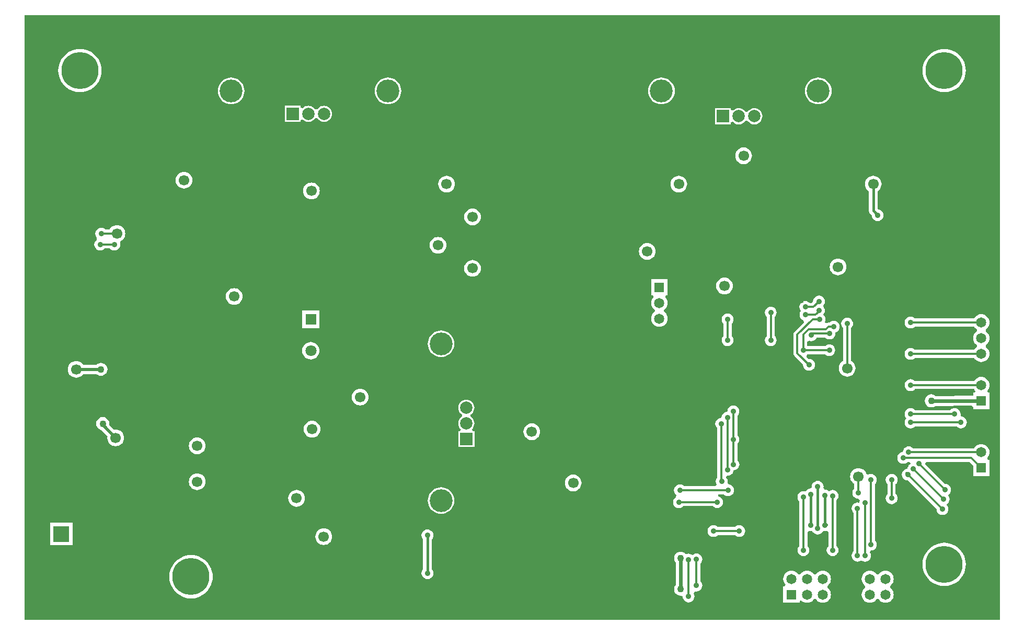
<source format=gbl>
G04 Layer_Physical_Order=2*
G04 Layer_Color=16711680*
%FSLAX44Y44*%
%MOMM*%
G71*
G01*
G75*
%ADD62C,0.6000*%
%ADD64C,0.5000*%
%ADD66C,0.3000*%
%ADD67C,0.4000*%
%ADD73C,6.0000*%
%ADD74C,3.7000*%
%ADD75C,2.0000*%
%ADD76R,2.0000X2.0000*%
%ADD77C,1.8000*%
%ADD78R,1.8000X1.8000*%
%ADD79C,1.7000*%
%ADD80R,2.0000X2.0000*%
%ADD81C,1.6500*%
%ADD82R,1.6500X1.6500*%
%ADD83C,2.6000*%
%ADD84R,2.6000X2.6000*%
%ADD85R,1.6500X1.6500*%
%ADD86C,1.1000*%
%ADD87C,0.9000*%
%ADD88C,0.7000*%
G36*
X1839914Y460086D02*
X260086D01*
Y1439914D01*
X1839914D01*
Y460086D01*
D02*
G37*
%LPC*%
G36*
X1810000Y744914D02*
X1807403Y744658D01*
X1804905Y743901D01*
X1802603Y742670D01*
X1800585Y741014D01*
X1798930Y738997D01*
X1798480Y738156D01*
X1699444D01*
X1699275Y738375D01*
X1697291Y739898D01*
X1694980Y740855D01*
X1692500Y741182D01*
X1690020Y740855D01*
X1687709Y739898D01*
X1685724Y738375D01*
X1684202Y736391D01*
X1683244Y734080D01*
X1682972Y732012D01*
X1681020Y731756D01*
X1678709Y730798D01*
X1676725Y729276D01*
X1675202Y727291D01*
X1674245Y724980D01*
X1673918Y722500D01*
X1674245Y720020D01*
X1675202Y717709D01*
X1676725Y715725D01*
X1678709Y714202D01*
X1681020Y713244D01*
X1683500Y712918D01*
X1685980Y713244D01*
X1688291Y714202D01*
X1690236Y715694D01*
X1693992D01*
X1695097Y712999D01*
X1695073Y712694D01*
X1693225Y711275D01*
X1691702Y709291D01*
X1690744Y706980D01*
X1690486Y705014D01*
X1688520Y704755D01*
X1686209Y703798D01*
X1685752Y703448D01*
X1685710Y703430D01*
X1684355Y702385D01*
X1684335Y702361D01*
X1684225Y702275D01*
X1682702Y700291D01*
X1681745Y697980D01*
X1681418Y695500D01*
X1681745Y693020D01*
X1682702Y690709D01*
X1684225Y688725D01*
X1686209Y687202D01*
X1688520Y686245D01*
X1691000Y685918D01*
X1691530Y685988D01*
X1737702Y640006D01*
X1737668Y639750D01*
X1737995Y637270D01*
X1738952Y634959D01*
X1740475Y632975D01*
X1742459Y631452D01*
X1744770Y630494D01*
X1747250Y630168D01*
X1749730Y630494D01*
X1752041Y631452D01*
X1754026Y632975D01*
X1755548Y634959D01*
X1756505Y637270D01*
X1756832Y639750D01*
X1756505Y642230D01*
X1755548Y644541D01*
X1755440Y644681D01*
X1754171Y646687D01*
X1755905Y648605D01*
X1757428Y650589D01*
X1758385Y652900D01*
X1758712Y655380D01*
X1758385Y657860D01*
X1757428Y660171D01*
X1756291Y662451D01*
X1758123Y663858D01*
X1758275Y663975D01*
X1759798Y665959D01*
X1760755Y668270D01*
X1761082Y670750D01*
X1760755Y673230D01*
X1759798Y675541D01*
X1758275Y677525D01*
X1756291Y679048D01*
X1753980Y680005D01*
X1751500Y680332D01*
X1751226Y680296D01*
X1718828Y712694D01*
X1718993Y713935D01*
X1720535Y715694D01*
X1791234D01*
X1796750Y710178D01*
Y692950D01*
X1823250D01*
Y719450D01*
X1820810D01*
X1819826Y721379D01*
X1819632Y722450D01*
X1821070Y724203D01*
X1822301Y726505D01*
X1823058Y729003D01*
X1823314Y731600D01*
X1823058Y734197D01*
X1822301Y736695D01*
X1821070Y738997D01*
X1819415Y741014D01*
X1817397Y742670D01*
X1815095Y743901D01*
X1812598Y744658D01*
X1810000Y744914D01*
D02*
G37*
G36*
X976000Y816863D02*
X973452Y816612D01*
X971001Y815869D01*
X968743Y814661D01*
X966763Y813037D01*
X965139Y811057D01*
X963932Y808799D01*
X963188Y806348D01*
X962937Y803800D01*
X963188Y801252D01*
X963932Y798801D01*
X965139Y796543D01*
X966763Y794563D01*
X968743Y792939D01*
X969000Y792801D01*
Y789399D01*
X968743Y789261D01*
X966763Y787637D01*
X965139Y785657D01*
X963932Y783399D01*
X963188Y780948D01*
X962937Y778400D01*
X963188Y775852D01*
X963932Y773401D01*
X965139Y771143D01*
X966763Y769163D01*
X966962Y769000D01*
X965889Y766000D01*
X963000D01*
Y740000D01*
X989000D01*
Y766000D01*
X986112D01*
X985038Y769000D01*
X985237Y769163D01*
X986861Y771143D01*
X988068Y773401D01*
X988812Y775852D01*
X989063Y778400D01*
X988812Y780948D01*
X988068Y783399D01*
X986861Y785657D01*
X985237Y787637D01*
X983257Y789261D01*
X983000Y789399D01*
Y792801D01*
X983257Y792939D01*
X985237Y794563D01*
X986861Y796543D01*
X988068Y798801D01*
X988812Y801252D01*
X989063Y803800D01*
X988812Y806348D01*
X988068Y808799D01*
X986861Y811057D01*
X985237Y813037D01*
X983257Y814661D01*
X980999Y815869D01*
X978548Y816612D01*
X976000Y816863D01*
D02*
G37*
G36*
X387000Y788591D02*
X384259Y788230D01*
X381705Y787172D01*
X379511Y785489D01*
X377828Y783295D01*
X376770Y780741D01*
X376409Y778000D01*
X376770Y775259D01*
X377828Y772705D01*
X379511Y770511D01*
X381705Y768828D01*
X384259Y767770D01*
X384573Y767729D01*
X394692Y757610D01*
X394435Y755000D01*
X394695Y752354D01*
X395467Y749809D01*
X396721Y747464D01*
X398408Y745408D01*
X400463Y743721D01*
X402809Y742467D01*
X405354Y741695D01*
X408000Y741435D01*
X410646Y741695D01*
X413191Y742467D01*
X415536Y743721D01*
X417592Y745408D01*
X419279Y747464D01*
X420533Y749809D01*
X421305Y752354D01*
X421565Y755000D01*
X421305Y757646D01*
X420533Y760191D01*
X419279Y762536D01*
X417592Y764592D01*
X415536Y766279D01*
X413191Y767533D01*
X410646Y768305D01*
X408000Y768565D01*
X405390Y768308D01*
X397370Y776328D01*
X397591Y778000D01*
X397230Y780741D01*
X396172Y783295D01*
X394489Y785489D01*
X392295Y787172D01*
X389741Y788230D01*
X387000Y788591D01*
D02*
G37*
G36*
X540000Y755565D02*
X537354Y755305D01*
X534809Y754533D01*
X532463Y753279D01*
X530408Y751592D01*
X528721Y749537D01*
X527467Y747191D01*
X526695Y744646D01*
X526435Y742000D01*
X526695Y739353D01*
X527467Y736809D01*
X528721Y734464D01*
X530408Y732408D01*
X532463Y730721D01*
X534809Y729467D01*
X537354Y728695D01*
X540000Y728435D01*
X542646Y728695D01*
X545191Y729467D01*
X547537Y730721D01*
X549592Y732408D01*
X551279Y734464D01*
X552533Y736809D01*
X553305Y739353D01*
X553565Y742000D01*
X553305Y744646D01*
X552533Y747191D01*
X551279Y749537D01*
X549592Y751592D01*
X547537Y753279D01*
X545191Y754533D01*
X542646Y755305D01*
X540000Y755565D01*
D02*
G37*
G36*
X1149000Y695565D02*
X1146354Y695305D01*
X1143809Y694533D01*
X1141463Y693279D01*
X1139408Y691592D01*
X1137721Y689537D01*
X1136467Y687191D01*
X1135695Y684647D01*
X1135435Y682000D01*
X1135695Y679354D01*
X1136467Y676809D01*
X1137721Y674464D01*
X1139408Y672408D01*
X1141463Y670721D01*
X1143809Y669467D01*
X1146354Y668695D01*
X1149000Y668435D01*
X1151646Y668695D01*
X1154191Y669467D01*
X1156536Y670721D01*
X1158592Y672408D01*
X1160279Y674464D01*
X1161533Y676809D01*
X1162305Y679354D01*
X1162565Y682000D01*
X1162305Y684647D01*
X1161533Y687191D01*
X1160279Y689537D01*
X1158592Y691592D01*
X1156536Y693279D01*
X1154191Y694533D01*
X1151646Y695305D01*
X1149000Y695565D01*
D02*
G37*
G36*
X540000Y697565D02*
X537354Y697305D01*
X534809Y696533D01*
X532463Y695279D01*
X530408Y693592D01*
X528721Y691536D01*
X527467Y689191D01*
X526695Y686646D01*
X526435Y684000D01*
X526695Y681354D01*
X527467Y678809D01*
X528721Y676463D01*
X530408Y674408D01*
X532463Y672721D01*
X534809Y671467D01*
X537354Y670695D01*
X540000Y670435D01*
X542646Y670695D01*
X545191Y671467D01*
X547537Y672721D01*
X549592Y674408D01*
X551279Y676463D01*
X552533Y678809D01*
X553305Y681354D01*
X553565Y684000D01*
X553305Y686646D01*
X552533Y689191D01*
X551279Y691536D01*
X549592Y693592D01*
X547537Y695279D01*
X545191Y696533D01*
X542646Y697305D01*
X540000Y697565D01*
D02*
G37*
G36*
X1408500Y807582D02*
X1406020Y807255D01*
X1403709Y806298D01*
X1401725Y804775D01*
X1400202Y802791D01*
X1399245Y800480D01*
X1398750Y797582D01*
X1396270Y797255D01*
X1393959Y796298D01*
X1391975Y794775D01*
X1390452Y792791D01*
X1389495Y790480D01*
X1389168Y788000D01*
X1388750Y787582D01*
X1386270Y787255D01*
X1383959Y786298D01*
X1381975Y784775D01*
X1380452Y782791D01*
X1379494Y780480D01*
X1379168Y778000D01*
X1379494Y775520D01*
X1380452Y773209D01*
X1381975Y771225D01*
X1382194Y771056D01*
Y690584D01*
X1381202Y689291D01*
X1380244Y686980D01*
X1379918Y684500D01*
X1380244Y682020D01*
X1381202Y679709D01*
X1381319Y679556D01*
X1379840Y676556D01*
X1328694D01*
X1328526Y676776D01*
X1326541Y678298D01*
X1324230Y679256D01*
X1321750Y679582D01*
X1319270Y679256D01*
X1316959Y678298D01*
X1314975Y676776D01*
X1313452Y674791D01*
X1312495Y672480D01*
X1312168Y670000D01*
X1312495Y667520D01*
X1313452Y665209D01*
X1314975Y663225D01*
X1315931Y662491D01*
X1315743Y659346D01*
X1315624Y659117D01*
X1315459Y659048D01*
X1313474Y657525D01*
X1311952Y655541D01*
X1310995Y653230D01*
X1310668Y650750D01*
X1310995Y648270D01*
X1311952Y645959D01*
X1313474Y643975D01*
X1315459Y642452D01*
X1317770Y641495D01*
X1320250Y641168D01*
X1322730Y641495D01*
X1325041Y642452D01*
X1327025Y643975D01*
X1327386Y644444D01*
X1375306D01*
X1375475Y644224D01*
X1377459Y642702D01*
X1379770Y641745D01*
X1382250Y641418D01*
X1384730Y641745D01*
X1387041Y642702D01*
X1389025Y644224D01*
X1390548Y646209D01*
X1391505Y648520D01*
X1391832Y651000D01*
X1391505Y653480D01*
X1390548Y655791D01*
X1389025Y657775D01*
X1387041Y659298D01*
X1384730Y660255D01*
X1383595Y660405D01*
X1383904Y663390D01*
X1384012Y663444D01*
X1392806D01*
X1392975Y663225D01*
X1394959Y661702D01*
X1397270Y660745D01*
X1399750Y660418D01*
X1402230Y660745D01*
X1404541Y661702D01*
X1406526Y663225D01*
X1408048Y665209D01*
X1409005Y667520D01*
X1409332Y670000D01*
X1409005Y672480D01*
X1408048Y674791D01*
X1406526Y676776D01*
X1404541Y678298D01*
X1402230Y679256D01*
X1400928Y679427D01*
X1399097Y681612D01*
X1398817Y682485D01*
X1399082Y684500D01*
X1398755Y686980D01*
X1397798Y689291D01*
X1396723Y690692D01*
X1397528Y692759D01*
X1398058Y693386D01*
X1398306Y693509D01*
X1399000Y693418D01*
X1401480Y693745D01*
X1403791Y694702D01*
X1405775Y696225D01*
X1407298Y698209D01*
X1408255Y700520D01*
X1408510Y702450D01*
X1408750Y702418D01*
X1411230Y702745D01*
X1413541Y703702D01*
X1415525Y705225D01*
X1417048Y707209D01*
X1418005Y709520D01*
X1418332Y712000D01*
X1418005Y714480D01*
X1417048Y716791D01*
X1415525Y718775D01*
X1415056Y719136D01*
Y745556D01*
X1415276Y745724D01*
X1416798Y747709D01*
X1417755Y750020D01*
X1418082Y752500D01*
X1417755Y754980D01*
X1416798Y757291D01*
X1415276Y759275D01*
X1415056Y759444D01*
Y791056D01*
X1415276Y791225D01*
X1416798Y793209D01*
X1417755Y795520D01*
X1418082Y798000D01*
X1417755Y800480D01*
X1416798Y802791D01*
X1415276Y804775D01*
X1413291Y806298D01*
X1410980Y807255D01*
X1408500Y807582D01*
D02*
G37*
G36*
X1810000Y853714D02*
X1807403Y853458D01*
X1804905Y852701D01*
X1802603Y851470D01*
X1800585Y849815D01*
X1798930Y847797D01*
X1798534Y847056D01*
X1702444D01*
X1702276Y847275D01*
X1700291Y848798D01*
X1697980Y849755D01*
X1695500Y850082D01*
X1693020Y849755D01*
X1690709Y848798D01*
X1688725Y847275D01*
X1687202Y845291D01*
X1686245Y842980D01*
X1685918Y840500D01*
X1686245Y838020D01*
X1687202Y835709D01*
X1688725Y833725D01*
X1690709Y832202D01*
X1693020Y831245D01*
X1695500Y830918D01*
X1697980Y831245D01*
X1700291Y832202D01*
X1702276Y833725D01*
X1702444Y833944D01*
X1798427D01*
X1798930Y833003D01*
X1800368Y831250D01*
X1800174Y830179D01*
X1799190Y828250D01*
X1796750D01*
Y823031D01*
X1736006Y822859D01*
X1734295Y824172D01*
X1731741Y825230D01*
X1729000Y825591D01*
X1726259Y825230D01*
X1723705Y824172D01*
X1721511Y822489D01*
X1719828Y820295D01*
X1718770Y817741D01*
X1718409Y815000D01*
X1718770Y812259D01*
X1719828Y809705D01*
X1721511Y807511D01*
X1723705Y805828D01*
X1726259Y804770D01*
X1729000Y804409D01*
X1731741Y804770D01*
X1734295Y805828D01*
X1735457Y806720D01*
X1794626Y806887D01*
X1796750Y804769D01*
Y801750D01*
X1823250D01*
Y828250D01*
X1820810D01*
X1819826Y830179D01*
X1819632Y831250D01*
X1821070Y833003D01*
X1822301Y835305D01*
X1823058Y837803D01*
X1823314Y840400D01*
X1823058Y842998D01*
X1822301Y845495D01*
X1821070Y847797D01*
X1819415Y849815D01*
X1817397Y851470D01*
X1815095Y852701D01*
X1812598Y853458D01*
X1810000Y853714D01*
D02*
G37*
G36*
X1592750Y949582D02*
X1590270Y949256D01*
X1587959Y948298D01*
X1585975Y946775D01*
X1584452Y944791D01*
X1583495Y942480D01*
X1583168Y940000D01*
X1583495Y937520D01*
X1584452Y935209D01*
X1585975Y933224D01*
X1586194Y933056D01*
Y879553D01*
X1585213Y879029D01*
X1583158Y877342D01*
X1581471Y875286D01*
X1580217Y872941D01*
X1579445Y870396D01*
X1579185Y867750D01*
X1579445Y865104D01*
X1580217Y862559D01*
X1581471Y860213D01*
X1583158Y858158D01*
X1585213Y856471D01*
X1587559Y855217D01*
X1590104Y854445D01*
X1592750Y854185D01*
X1595397Y854445D01*
X1597941Y855217D01*
X1600287Y856471D01*
X1602342Y858158D01*
X1604029Y860213D01*
X1605283Y862559D01*
X1606055Y865104D01*
X1606315Y867750D01*
X1606055Y870396D01*
X1605283Y872941D01*
X1604029Y875286D01*
X1602342Y877342D01*
X1600287Y879029D01*
X1599306Y879553D01*
Y933056D01*
X1599525Y933224D01*
X1601048Y935209D01*
X1602005Y937520D01*
X1602332Y940000D01*
X1602005Y942480D01*
X1601048Y944791D01*
X1599525Y946775D01*
X1597541Y948298D01*
X1595230Y949256D01*
X1592750Y949582D01*
D02*
G37*
G36*
X344000Y879565D02*
X341353Y879305D01*
X338809Y878533D01*
X336464Y877279D01*
X334408Y875592D01*
X332721Y873537D01*
X331467Y871191D01*
X330695Y868646D01*
X330435Y866000D01*
X330695Y863354D01*
X331467Y860809D01*
X332721Y858464D01*
X334408Y856408D01*
X336464Y854721D01*
X338809Y853467D01*
X341353Y852695D01*
X344000Y852435D01*
X346646Y852695D01*
X349191Y853467D01*
X351536Y854721D01*
X353592Y856408D01*
X355256Y858435D01*
X376610D01*
X378705Y856828D01*
X381259Y855770D01*
X384000Y855409D01*
X386741Y855770D01*
X389295Y856828D01*
X391489Y858511D01*
X393172Y860705D01*
X394230Y863259D01*
X394591Y866000D01*
X394230Y868741D01*
X393172Y871295D01*
X391489Y873489D01*
X389295Y875172D01*
X386741Y876230D01*
X384000Y876591D01*
X381259Y876230D01*
X378705Y875172D01*
X376610Y873565D01*
X355256D01*
X353592Y875592D01*
X351536Y877279D01*
X349191Y878533D01*
X346646Y879305D01*
X344000Y879565D01*
D02*
G37*
G36*
X804000Y834565D02*
X801354Y834305D01*
X798809Y833533D01*
X796463Y832279D01*
X794408Y830592D01*
X792721Y828537D01*
X791467Y826191D01*
X790695Y823646D01*
X790435Y821000D01*
X790695Y818354D01*
X791467Y815809D01*
X792721Y813464D01*
X794408Y811408D01*
X796463Y809721D01*
X798809Y808467D01*
X801354Y807695D01*
X804000Y807435D01*
X806646Y807695D01*
X809191Y808467D01*
X811536Y809721D01*
X813592Y811408D01*
X815279Y813464D01*
X816533Y815809D01*
X817305Y818354D01*
X817565Y821000D01*
X817305Y823646D01*
X816533Y826191D01*
X815279Y828537D01*
X813592Y830592D01*
X811536Y832279D01*
X809191Y833533D01*
X806646Y834305D01*
X804000Y834565D01*
D02*
G37*
G36*
X1082000Y778565D02*
X1079353Y778305D01*
X1076809Y777533D01*
X1074464Y776279D01*
X1072408Y774592D01*
X1070721Y772536D01*
X1069467Y770191D01*
X1068695Y767646D01*
X1068435Y765000D01*
X1068695Y762354D01*
X1069467Y759809D01*
X1070721Y757464D01*
X1072408Y755408D01*
X1074464Y753721D01*
X1076809Y752467D01*
X1079353Y751695D01*
X1082000Y751435D01*
X1084646Y751695D01*
X1087191Y752467D01*
X1089537Y753721D01*
X1091592Y755408D01*
X1093279Y757464D01*
X1094533Y759809D01*
X1095305Y762354D01*
X1095565Y765000D01*
X1095305Y767646D01*
X1094533Y770191D01*
X1093279Y772536D01*
X1091592Y774592D01*
X1089537Y776279D01*
X1087191Y777533D01*
X1084646Y778305D01*
X1082000Y778565D01*
D02*
G37*
G36*
X726000Y782565D02*
X723354Y782305D01*
X720809Y781533D01*
X718464Y780279D01*
X716408Y778592D01*
X714721Y776536D01*
X713467Y774191D01*
X712695Y771646D01*
X712435Y769000D01*
X712695Y766354D01*
X713467Y763809D01*
X714721Y761463D01*
X716408Y759408D01*
X718464Y757721D01*
X720809Y756467D01*
X723354Y755695D01*
X726000Y755435D01*
X728646Y755695D01*
X731191Y756467D01*
X733537Y757721D01*
X735592Y759408D01*
X737279Y761463D01*
X738533Y763809D01*
X739305Y766354D01*
X739565Y769000D01*
X739305Y771646D01*
X738533Y774191D01*
X737279Y776536D01*
X735592Y778592D01*
X733537Y780279D01*
X731191Y781533D01*
X728646Y782305D01*
X726000Y782565D01*
D02*
G37*
G36*
X1767000Y803082D02*
X1764520Y802755D01*
X1762209Y801798D01*
X1760224Y800275D01*
X1760056Y800056D01*
X1702444D01*
X1702276Y800275D01*
X1700291Y801798D01*
X1697980Y802755D01*
X1695500Y803082D01*
X1693020Y802755D01*
X1690709Y801798D01*
X1688725Y800275D01*
X1687202Y798291D01*
X1686245Y795980D01*
X1685918Y793500D01*
X1686245Y791020D01*
X1687202Y788709D01*
X1688705Y786750D01*
X1687202Y784791D01*
X1686245Y782480D01*
X1685918Y780000D01*
X1686245Y777520D01*
X1687202Y775209D01*
X1688725Y773224D01*
X1690709Y771702D01*
X1693020Y770744D01*
X1695500Y770418D01*
X1697980Y770744D01*
X1700291Y771702D01*
X1702276Y773224D01*
X1702444Y773444D01*
X1770056D01*
X1770225Y773224D01*
X1772209Y771702D01*
X1774520Y770744D01*
X1777000Y770418D01*
X1779480Y770744D01*
X1781791Y771702D01*
X1783775Y773224D01*
X1785298Y775209D01*
X1786255Y777520D01*
X1786582Y780000D01*
X1786255Y782480D01*
X1785298Y784791D01*
X1783775Y786775D01*
X1781791Y788298D01*
X1779480Y789255D01*
X1778808Y789344D01*
X1776801Y790662D01*
X1776455Y792536D01*
X1776582Y793500D01*
X1776255Y795980D01*
X1775298Y798291D01*
X1773775Y800275D01*
X1771791Y801798D01*
X1769480Y802755D01*
X1767000Y803082D01*
D02*
G37*
G36*
X1553300Y539814D02*
X1550703Y539558D01*
X1548205Y538801D01*
X1545903Y537570D01*
X1543885Y535914D01*
X1542230Y533897D01*
X1538970D01*
X1537314Y535914D01*
X1535297Y537570D01*
X1532995Y538801D01*
X1530497Y539558D01*
X1527900Y539814D01*
X1525302Y539558D01*
X1522805Y538801D01*
X1520503Y537570D01*
X1518486Y535914D01*
X1516830Y533897D01*
X1513570D01*
X1511915Y535914D01*
X1509897Y537570D01*
X1507595Y538801D01*
X1505097Y539558D01*
X1502500Y539814D01*
X1499902Y539558D01*
X1497405Y538801D01*
X1495103Y537570D01*
X1493085Y535914D01*
X1491430Y533897D01*
X1490199Y531595D01*
X1489442Y529097D01*
X1489186Y526500D01*
X1489442Y523903D01*
X1490199Y521405D01*
X1491430Y519103D01*
X1492868Y517350D01*
X1492674Y516279D01*
X1491690Y514350D01*
X1489250D01*
Y487850D01*
X1515750D01*
Y490290D01*
X1517679Y491274D01*
X1518750Y491469D01*
X1520503Y490030D01*
X1522805Y488799D01*
X1525302Y488042D01*
X1527900Y487786D01*
X1530497Y488042D01*
X1532995Y488799D01*
X1535297Y490030D01*
X1537314Y491685D01*
X1538970Y493703D01*
X1542230D01*
X1543885Y491685D01*
X1545903Y490030D01*
X1548205Y488799D01*
X1550703Y488042D01*
X1553300Y487786D01*
X1555897Y488042D01*
X1558395Y488799D01*
X1560697Y490030D01*
X1562715Y491685D01*
X1564370Y493703D01*
X1565601Y496005D01*
X1566358Y498503D01*
X1566614Y501100D01*
X1566358Y503697D01*
X1565601Y506195D01*
X1564370Y508497D01*
X1562715Y510514D01*
X1560697Y512170D01*
Y515430D01*
X1562715Y517085D01*
X1564370Y519103D01*
X1565601Y521405D01*
X1566358Y523903D01*
X1566614Y526500D01*
X1566358Y529097D01*
X1565601Y531595D01*
X1564370Y533897D01*
X1562715Y535914D01*
X1560697Y537570D01*
X1558395Y538801D01*
X1555897Y539558D01*
X1553300Y539814D01*
D02*
G37*
G36*
X1654900D02*
X1652303Y539558D01*
X1649805Y538801D01*
X1647503Y537570D01*
X1645486Y535914D01*
X1643830Y533897D01*
X1640570D01*
X1638914Y535914D01*
X1636897Y537570D01*
X1634595Y538801D01*
X1632097Y539558D01*
X1629500Y539814D01*
X1626902Y539558D01*
X1624405Y538801D01*
X1622103Y537570D01*
X1620085Y535914D01*
X1618430Y533897D01*
X1617199Y531595D01*
X1616442Y529097D01*
X1616186Y526500D01*
X1616442Y523903D01*
X1617199Y521405D01*
X1618430Y519103D01*
X1620085Y517085D01*
X1622103Y515430D01*
Y512170D01*
X1620085Y510514D01*
X1618430Y508497D01*
X1617199Y506195D01*
X1616442Y503697D01*
X1616186Y501100D01*
X1616442Y498503D01*
X1617199Y496005D01*
X1618430Y493703D01*
X1620085Y491685D01*
X1622103Y490030D01*
X1624405Y488799D01*
X1626902Y488042D01*
X1629500Y487786D01*
X1632097Y488042D01*
X1634595Y488799D01*
X1636897Y490030D01*
X1638914Y491685D01*
X1640570Y493703D01*
X1643830D01*
X1645486Y491685D01*
X1647503Y490030D01*
X1649805Y488799D01*
X1652303Y488042D01*
X1654900Y487786D01*
X1657497Y488042D01*
X1659995Y488799D01*
X1662297Y490030D01*
X1664315Y491685D01*
X1665970Y493703D01*
X1667201Y496005D01*
X1667958Y498503D01*
X1668214Y501100D01*
X1667958Y503697D01*
X1667201Y506195D01*
X1665970Y508497D01*
X1664315Y510514D01*
X1662297Y512170D01*
Y515430D01*
X1664315Y517085D01*
X1665970Y519103D01*
X1667201Y521405D01*
X1667958Y523903D01*
X1668214Y526500D01*
X1667958Y529097D01*
X1667201Y531595D01*
X1665970Y533897D01*
X1664315Y535914D01*
X1662297Y537570D01*
X1659995Y538801D01*
X1657497Y539558D01*
X1654900Y539814D01*
D02*
G37*
G36*
X338000Y617200D02*
X302000D01*
Y581200D01*
X338000D01*
Y617200D01*
D02*
G37*
G36*
X913000Y606582D02*
X910520Y606255D01*
X908209Y605298D01*
X906225Y603775D01*
X904702Y601791D01*
X903745Y599480D01*
X903418Y597000D01*
X903745Y594520D01*
X904702Y592209D01*
X905940Y590596D01*
Y542154D01*
X904702Y540541D01*
X903745Y538230D01*
X903418Y535750D01*
X903745Y533270D01*
X904702Y530959D01*
X906225Y528975D01*
X908209Y527452D01*
X910520Y526495D01*
X913000Y526168D01*
X915480Y526495D01*
X917791Y527452D01*
X919775Y528975D01*
X921298Y530959D01*
X922255Y533270D01*
X922582Y535750D01*
X922255Y538230D01*
X921298Y540541D01*
X920060Y542154D01*
Y590596D01*
X921298Y592209D01*
X922255Y594520D01*
X922582Y597000D01*
X922255Y599480D01*
X921298Y601791D01*
X919775Y603775D01*
X917791Y605298D01*
X915480Y606255D01*
X913000Y606582D01*
D02*
G37*
G36*
X530000Y565075D02*
X525422Y564775D01*
X520922Y563880D01*
X516577Y562405D01*
X512463Y560376D01*
X508648Y557827D01*
X505198Y554802D01*
X502173Y551352D01*
X499624Y547537D01*
X497595Y543423D01*
X496120Y539078D01*
X495225Y534578D01*
X494925Y530000D01*
X495225Y525422D01*
X496120Y520922D01*
X497595Y516577D01*
X499624Y512463D01*
X502173Y508648D01*
X505198Y505198D01*
X508648Y502173D01*
X512463Y499624D01*
X516577Y497595D01*
X520922Y496120D01*
X525422Y495225D01*
X530000Y494925D01*
X534578Y495225D01*
X539078Y496120D01*
X543423Y497595D01*
X547537Y499624D01*
X551352Y502173D01*
X554802Y505198D01*
X557827Y508648D01*
X560376Y512463D01*
X562405Y516577D01*
X563880Y520922D01*
X564775Y525422D01*
X565075Y530000D01*
X564775Y534578D01*
X563880Y539078D01*
X562405Y543423D01*
X560376Y547537D01*
X557827Y551352D01*
X554802Y554802D01*
X551352Y557827D01*
X547537Y560376D01*
X543423Y562405D01*
X539078Y563880D01*
X534578Y564775D01*
X530000Y565075D01*
D02*
G37*
G36*
X1323000Y570591D02*
X1320259Y570230D01*
X1317705Y569172D01*
X1315511Y567489D01*
X1313828Y565295D01*
X1312770Y562741D01*
X1312409Y560000D01*
X1312770Y557259D01*
X1313828Y554705D01*
X1314931Y553268D01*
Y516482D01*
X1313828Y515045D01*
X1312770Y512491D01*
X1312409Y509750D01*
X1312770Y507009D01*
X1313828Y504455D01*
X1315511Y502261D01*
X1317705Y500578D01*
X1320259Y499520D01*
X1323000Y499159D01*
X1323554Y499232D01*
X1326170Y498107D01*
X1326583Y496749D01*
X1326745Y495520D01*
X1327702Y493209D01*
X1329225Y491225D01*
X1331209Y489702D01*
X1333520Y488745D01*
X1336000Y488418D01*
X1338480Y488745D01*
X1340791Y489702D01*
X1342775Y491225D01*
X1344298Y493209D01*
X1345255Y495520D01*
X1345582Y498000D01*
X1345255Y500480D01*
X1344298Y502791D01*
X1344571Y503951D01*
X1346270Y506494D01*
X1348750Y506168D01*
X1351230Y506494D01*
X1353541Y507452D01*
X1355526Y508974D01*
X1357048Y510959D01*
X1358006Y513270D01*
X1358332Y515750D01*
X1358006Y518230D01*
X1357048Y520541D01*
X1355526Y522525D01*
X1355306Y522694D01*
Y551056D01*
X1355526Y551225D01*
X1357048Y553209D01*
X1358006Y555520D01*
X1358332Y558000D01*
X1358006Y560480D01*
X1357048Y562791D01*
X1355526Y564776D01*
X1353541Y566298D01*
X1351230Y567256D01*
X1348750Y567582D01*
X1346270Y567256D01*
X1343959Y566298D01*
X1342212Y564958D01*
X1340791Y566048D01*
X1338480Y567005D01*
X1336000Y567332D01*
X1333520Y567005D01*
X1331501Y566169D01*
X1330489Y567489D01*
X1328295Y569172D01*
X1325741Y570230D01*
X1323000Y570591D01*
D02*
G37*
G36*
X1750000Y585075D02*
X1745422Y584775D01*
X1740922Y583880D01*
X1736577Y582405D01*
X1732462Y580376D01*
X1728648Y577827D01*
X1725198Y574802D01*
X1722173Y571352D01*
X1719624Y567537D01*
X1717595Y563423D01*
X1716120Y559078D01*
X1715225Y554578D01*
X1714925Y550000D01*
X1715225Y545422D01*
X1716120Y540922D01*
X1717595Y536577D01*
X1719624Y532462D01*
X1722173Y528648D01*
X1725198Y525198D01*
X1728648Y522173D01*
X1732462Y519624D01*
X1736577Y517595D01*
X1740922Y516120D01*
X1745422Y515225D01*
X1750000Y514925D01*
X1754578Y515225D01*
X1759078Y516120D01*
X1763423Y517595D01*
X1767538Y519624D01*
X1771352Y522173D01*
X1774802Y525198D01*
X1777827Y528648D01*
X1780376Y532462D01*
X1782405Y536577D01*
X1783880Y540922D01*
X1784775Y545422D01*
X1785075Y550000D01*
X1784775Y554578D01*
X1783880Y559078D01*
X1782405Y563423D01*
X1780376Y567537D01*
X1777827Y571352D01*
X1774802Y574802D01*
X1771352Y577827D01*
X1767538Y580376D01*
X1763423Y582405D01*
X1759078Y583880D01*
X1754578Y584775D01*
X1750000Y585075D01*
D02*
G37*
G36*
X1664750Y696582D02*
X1662270Y696255D01*
X1659959Y695298D01*
X1657975Y693775D01*
X1656452Y691791D01*
X1655495Y689480D01*
X1655168Y687000D01*
X1655495Y684520D01*
X1656452Y682209D01*
X1657975Y680225D01*
X1658194Y680056D01*
Y663944D01*
X1657975Y663775D01*
X1656452Y661791D01*
X1655495Y659480D01*
X1655168Y657000D01*
X1655495Y654520D01*
X1656452Y652209D01*
X1657975Y650225D01*
X1659959Y648702D01*
X1662270Y647745D01*
X1664750Y647418D01*
X1667230Y647745D01*
X1669541Y648702D01*
X1671526Y650225D01*
X1673048Y652209D01*
X1674005Y654520D01*
X1674332Y657000D01*
X1674005Y659480D01*
X1673048Y661791D01*
X1671526Y663775D01*
X1671306Y663944D01*
Y680056D01*
X1671526Y680225D01*
X1673048Y682209D01*
X1674005Y684520D01*
X1674332Y687000D01*
X1674005Y689480D01*
X1673048Y691791D01*
X1671526Y693775D01*
X1669541Y695298D01*
X1667230Y696255D01*
X1664750Y696582D01*
D02*
G37*
G36*
X1611000Y706065D02*
X1608354Y705805D01*
X1605809Y705033D01*
X1603463Y703779D01*
X1601408Y702092D01*
X1599721Y700036D01*
X1598467Y697691D01*
X1597695Y695146D01*
X1597435Y692500D01*
X1597695Y689854D01*
X1598467Y687309D01*
X1599721Y684964D01*
X1601408Y682908D01*
X1603463Y681221D01*
X1604444Y680697D01*
Y672694D01*
X1604225Y672525D01*
X1602702Y670541D01*
X1601745Y668230D01*
X1601418Y665750D01*
X1601745Y663270D01*
X1602702Y660959D01*
X1604225Y658975D01*
X1606209Y657452D01*
X1608520Y656495D01*
X1611000Y656168D01*
X1611019Y656171D01*
X1611333Y655960D01*
X1612980Y653403D01*
X1612495Y652230D01*
X1612220Y650144D01*
X1611980Y650005D01*
X1609500Y650332D01*
X1607020Y650005D01*
X1604709Y649048D01*
X1602725Y647525D01*
X1601202Y645541D01*
X1600245Y643230D01*
X1599918Y640750D01*
X1600245Y638270D01*
X1601202Y635959D01*
X1602725Y633975D01*
X1602944Y633806D01*
Y570944D01*
X1602724Y570775D01*
X1601202Y568791D01*
X1600244Y566480D01*
X1599918Y564000D01*
X1600244Y561520D01*
X1601202Y559209D01*
X1602724Y557225D01*
X1604709Y555702D01*
X1607020Y554744D01*
X1609500Y554418D01*
X1611980Y554744D01*
X1614291Y555702D01*
X1615625Y556725D01*
X1616959Y555702D01*
X1619270Y554744D01*
X1621750Y554418D01*
X1624230Y554744D01*
X1626541Y555702D01*
X1628525Y557225D01*
X1630048Y559209D01*
X1631006Y561520D01*
X1631332Y564000D01*
X1631006Y566480D01*
X1630048Y568791D01*
X1629428Y569599D01*
X1631000Y572418D01*
X1633480Y572744D01*
X1635791Y573702D01*
X1637775Y575225D01*
X1639298Y577209D01*
X1640255Y579520D01*
X1640582Y582000D01*
X1640255Y584480D01*
X1639298Y586791D01*
X1637775Y588775D01*
X1637556Y588944D01*
Y679806D01*
X1637775Y679975D01*
X1639298Y681959D01*
X1640255Y684270D01*
X1640582Y686750D01*
X1640255Y689230D01*
X1639298Y691541D01*
X1637775Y693525D01*
X1635791Y695048D01*
X1633480Y696005D01*
X1631000Y696332D01*
X1628520Y696005D01*
X1627266Y695486D01*
X1627024Y695458D01*
X1624478Y696391D01*
X1623758Y696949D01*
X1623533Y697691D01*
X1622279Y700036D01*
X1620592Y702092D01*
X1618537Y703779D01*
X1616191Y705033D01*
X1613647Y705805D01*
X1611000Y706065D01*
D02*
G37*
G36*
X1545000Y685332D02*
X1542520Y685005D01*
X1540209Y684048D01*
X1538225Y682525D01*
X1536702Y680541D01*
X1535745Y678230D01*
X1535444Y675950D01*
X1535342Y675608D01*
X1534000Y673114D01*
X1531520Y672788D01*
X1529209Y671831D01*
X1527225Y670308D01*
X1525702Y668323D01*
X1525499Y667833D01*
X1524480Y668255D01*
X1522000Y668582D01*
X1519520Y668255D01*
X1517209Y667298D01*
X1515225Y665776D01*
X1513702Y663791D01*
X1512744Y661480D01*
X1512418Y659000D01*
X1512744Y656520D01*
X1513702Y654209D01*
X1515225Y652225D01*
X1515450Y652052D01*
X1515508Y579993D01*
X1515225Y579775D01*
X1513702Y577791D01*
X1512744Y575480D01*
X1512418Y573000D01*
X1512744Y570520D01*
X1513702Y568209D01*
X1515225Y566225D01*
X1517209Y564702D01*
X1519520Y563745D01*
X1522000Y563418D01*
X1524480Y563745D01*
X1526791Y564702D01*
X1528775Y566225D01*
X1530298Y568209D01*
X1531255Y570520D01*
X1531582Y573000D01*
X1531255Y575480D01*
X1530298Y577791D01*
X1528775Y579775D01*
X1528620Y579894D01*
X1528602Y602206D01*
X1531513Y604240D01*
X1531601Y604234D01*
X1534000Y603918D01*
X1536284Y604219D01*
X1536702Y603209D01*
X1538225Y601225D01*
X1540209Y599702D01*
X1542520Y598745D01*
X1545000Y598418D01*
X1547480Y598745D01*
X1549791Y599702D01*
X1551776Y601225D01*
X1553298Y603209D01*
X1553745Y604288D01*
X1553850Y604244D01*
X1556330Y603918D01*
X1558810Y604244D01*
X1559444Y604507D01*
X1562444Y602605D01*
Y579944D01*
X1562225Y579775D01*
X1560702Y577791D01*
X1559745Y575480D01*
X1559418Y573000D01*
X1559745Y570520D01*
X1560702Y568209D01*
X1562225Y566225D01*
X1564209Y564702D01*
X1566520Y563745D01*
X1569000Y563418D01*
X1571480Y563745D01*
X1573791Y564702D01*
X1575775Y566225D01*
X1577298Y568209D01*
X1578255Y570520D01*
X1578582Y573000D01*
X1578255Y575480D01*
X1577298Y577791D01*
X1575775Y579775D01*
X1575556Y579944D01*
Y654056D01*
X1575775Y654224D01*
X1577298Y656209D01*
X1578255Y658520D01*
X1578582Y661000D01*
X1578255Y663480D01*
X1577298Y665791D01*
X1575775Y667775D01*
X1573791Y669298D01*
X1571480Y670256D01*
X1569000Y670582D01*
X1566520Y670256D01*
X1564209Y669298D01*
X1563154Y668489D01*
X1563102Y668558D01*
X1561117Y670080D01*
X1558806Y671038D01*
X1556693Y671316D01*
X1555925Y671932D01*
X1554369Y674133D01*
X1554582Y675750D01*
X1554256Y678230D01*
X1553298Y680541D01*
X1551776Y682525D01*
X1549791Y684048D01*
X1547480Y685005D01*
X1545000Y685332D01*
D02*
G37*
G36*
X701000Y670565D02*
X698354Y670305D01*
X695809Y669533D01*
X693464Y668279D01*
X691408Y666592D01*
X689721Y664537D01*
X688467Y662191D01*
X687695Y659646D01*
X687435Y657000D01*
X687695Y654353D01*
X688467Y651809D01*
X689721Y649464D01*
X691408Y647408D01*
X693464Y645721D01*
X695809Y644467D01*
X698354Y643695D01*
X701000Y643435D01*
X703646Y643695D01*
X706191Y644467D01*
X708537Y645721D01*
X710592Y647408D01*
X712279Y649464D01*
X713533Y651809D01*
X714305Y654353D01*
X714565Y657000D01*
X714305Y659646D01*
X713533Y662191D01*
X712279Y664537D01*
X710592Y666592D01*
X708537Y668279D01*
X706191Y669533D01*
X703646Y670305D01*
X701000Y670565D01*
D02*
G37*
G36*
X745000Y608565D02*
X742354Y608305D01*
X739809Y607533D01*
X737464Y606279D01*
X735408Y604592D01*
X733721Y602537D01*
X732467Y600191D01*
X731695Y597646D01*
X731435Y595000D01*
X731695Y592354D01*
X732467Y589809D01*
X733721Y587463D01*
X735408Y585408D01*
X737464Y583721D01*
X739809Y582467D01*
X742354Y581695D01*
X745000Y581435D01*
X747646Y581695D01*
X750191Y582467D01*
X752536Y583721D01*
X754592Y585408D01*
X756279Y587463D01*
X757533Y589809D01*
X758305Y592354D01*
X758565Y595000D01*
X758305Y597646D01*
X757533Y600191D01*
X756279Y602537D01*
X754592Y604592D01*
X752536Y606279D01*
X750191Y607533D01*
X747646Y608305D01*
X745000Y608565D01*
D02*
G37*
G36*
X1418000Y613582D02*
X1415520Y613256D01*
X1413209Y612298D01*
X1411225Y610775D01*
X1411056Y610556D01*
X1383194D01*
X1383026Y610775D01*
X1381041Y612298D01*
X1378730Y613256D01*
X1376250Y613582D01*
X1373770Y613256D01*
X1371459Y612298D01*
X1369475Y610775D01*
X1367952Y608791D01*
X1366994Y606480D01*
X1366668Y604000D01*
X1366994Y601520D01*
X1367952Y599209D01*
X1369475Y597225D01*
X1371459Y595702D01*
X1373770Y594745D01*
X1376250Y594418D01*
X1378730Y594745D01*
X1381041Y595702D01*
X1383026Y597225D01*
X1383194Y597444D01*
X1411056D01*
X1411225Y597225D01*
X1413209Y595702D01*
X1415520Y594745D01*
X1418000Y594418D01*
X1420480Y594745D01*
X1422791Y595702D01*
X1424776Y597225D01*
X1426298Y599209D01*
X1427256Y601520D01*
X1427582Y604000D01*
X1427256Y606480D01*
X1426298Y608791D01*
X1424776Y610775D01*
X1422791Y612298D01*
X1420480Y613256D01*
X1418000Y613582D01*
D02*
G37*
G36*
X935000Y674966D02*
X931626Y674701D01*
X928336Y673911D01*
X925209Y672616D01*
X922324Y670848D01*
X919750Y668650D01*
X917552Y666076D01*
X915784Y663191D01*
X914489Y660064D01*
X913699Y656774D01*
X913434Y653400D01*
X913699Y650026D01*
X914489Y646736D01*
X915784Y643609D01*
X917552Y640723D01*
X919750Y638150D01*
X922324Y635952D01*
X925209Y634184D01*
X928336Y632889D01*
X931626Y632099D01*
X935000Y631833D01*
X938374Y632099D01*
X941664Y632889D01*
X944791Y634184D01*
X947676Y635952D01*
X950250Y638150D01*
X952448Y640723D01*
X954216Y643609D01*
X955511Y646736D01*
X956301Y650026D01*
X956566Y653400D01*
X956301Y656774D01*
X955511Y660064D01*
X954216Y663191D01*
X952448Y666076D01*
X950250Y668650D01*
X947676Y670848D01*
X944791Y672616D01*
X941664Y673911D01*
X938374Y674701D01*
X935000Y674966D01*
D02*
G37*
G36*
X724000Y910268D02*
X721255Y909997D01*
X718616Y909197D01*
X716184Y907897D01*
X714053Y906147D01*
X712303Y904016D01*
X711003Y901583D01*
X710203Y898944D01*
X709932Y896200D01*
X710203Y893456D01*
X711003Y890816D01*
X712303Y888384D01*
X714053Y886253D01*
X716184Y884503D01*
X718616Y883203D01*
X721255Y882403D01*
X724000Y882132D01*
X726745Y882403D01*
X729383Y883203D01*
X731816Y884503D01*
X733947Y886253D01*
X735697Y888384D01*
X736997Y890816D01*
X737797Y893456D01*
X738068Y896200D01*
X737797Y898944D01*
X736997Y901583D01*
X735697Y904016D01*
X733947Y906147D01*
X731816Y907897D01*
X729383Y909197D01*
X726745Y909997D01*
X724000Y910268D01*
D02*
G37*
G36*
X518750Y1186065D02*
X516104Y1185805D01*
X513559Y1185033D01*
X511213Y1183779D01*
X509158Y1182092D01*
X507471Y1180036D01*
X506217Y1177691D01*
X505445Y1175146D01*
X505185Y1172500D01*
X505445Y1169854D01*
X506217Y1167309D01*
X507471Y1164964D01*
X509158Y1162908D01*
X511213Y1161221D01*
X513559Y1159967D01*
X516104Y1159195D01*
X518750Y1158935D01*
X521396Y1159195D01*
X523941Y1159967D01*
X526287Y1161221D01*
X528342Y1162908D01*
X530029Y1164964D01*
X531283Y1167309D01*
X532055Y1169854D01*
X532315Y1172500D01*
X532055Y1175146D01*
X531283Y1177691D01*
X530029Y1180036D01*
X528342Y1182092D01*
X526287Y1183779D01*
X523941Y1185033D01*
X521396Y1185805D01*
X518750Y1186065D01*
D02*
G37*
G36*
X1425000Y1225565D02*
X1422354Y1225305D01*
X1419809Y1224533D01*
X1417464Y1223279D01*
X1415408Y1221592D01*
X1413721Y1219537D01*
X1412467Y1217191D01*
X1411695Y1214646D01*
X1411435Y1212000D01*
X1411695Y1209353D01*
X1412467Y1206809D01*
X1413721Y1204464D01*
X1415408Y1202408D01*
X1417464Y1200721D01*
X1419809Y1199467D01*
X1422354Y1198695D01*
X1425000Y1198435D01*
X1427646Y1198695D01*
X1430191Y1199467D01*
X1432536Y1200721D01*
X1434592Y1202408D01*
X1436279Y1204464D01*
X1437533Y1206809D01*
X1438305Y1209353D01*
X1438565Y1212000D01*
X1438305Y1214646D01*
X1437533Y1217191D01*
X1436279Y1219537D01*
X1434592Y1221592D01*
X1432536Y1223279D01*
X1430191Y1224533D01*
X1427646Y1225305D01*
X1425000Y1225565D01*
D02*
G37*
G36*
X1442400Y1289063D02*
X1439852Y1288812D01*
X1437401Y1288069D01*
X1435143Y1286861D01*
X1433163Y1285237D01*
X1431539Y1283257D01*
X1431401Y1283000D01*
X1427999D01*
X1427861Y1283257D01*
X1426237Y1285237D01*
X1424257Y1286861D01*
X1421999Y1288069D01*
X1419548Y1288812D01*
X1417000Y1289063D01*
X1414452Y1288812D01*
X1412001Y1288069D01*
X1409743Y1286861D01*
X1407763Y1285237D01*
X1407600Y1285038D01*
X1404600Y1286111D01*
Y1289000D01*
X1378600D01*
Y1263000D01*
X1404600D01*
Y1265889D01*
X1407600Y1266962D01*
X1407763Y1266763D01*
X1409743Y1265139D01*
X1412001Y1263932D01*
X1414452Y1263188D01*
X1417000Y1262937D01*
X1419548Y1263188D01*
X1421999Y1263932D01*
X1424257Y1265139D01*
X1426237Y1266763D01*
X1427861Y1268743D01*
X1427999Y1269000D01*
X1431401D01*
X1431539Y1268743D01*
X1433163Y1266763D01*
X1435143Y1265139D01*
X1437401Y1263932D01*
X1439852Y1263188D01*
X1442400Y1262937D01*
X1444948Y1263188D01*
X1447399Y1263932D01*
X1449657Y1265139D01*
X1451637Y1266763D01*
X1453261Y1268743D01*
X1454469Y1271001D01*
X1455212Y1273452D01*
X1455463Y1276000D01*
X1455212Y1278548D01*
X1454469Y1280999D01*
X1453261Y1283257D01*
X1451637Y1285237D01*
X1449657Y1286861D01*
X1447399Y1288069D01*
X1444948Y1288812D01*
X1442400Y1289063D01*
D02*
G37*
G36*
X1320000Y1179565D02*
X1317354Y1179305D01*
X1314809Y1178533D01*
X1312464Y1177279D01*
X1310408Y1175592D01*
X1308721Y1173537D01*
X1307467Y1171191D01*
X1306695Y1168646D01*
X1306435Y1166000D01*
X1306695Y1163354D01*
X1307467Y1160809D01*
X1308721Y1158464D01*
X1310408Y1156408D01*
X1312464Y1154721D01*
X1314809Y1153467D01*
X1317354Y1152695D01*
X1320000Y1152435D01*
X1322646Y1152695D01*
X1325191Y1153467D01*
X1327536Y1154721D01*
X1329592Y1156408D01*
X1331279Y1158464D01*
X1332533Y1160809D01*
X1333305Y1163354D01*
X1333565Y1166000D01*
X1333305Y1168646D01*
X1332533Y1171191D01*
X1331279Y1173537D01*
X1329592Y1175592D01*
X1327536Y1177279D01*
X1325191Y1178533D01*
X1322646Y1179305D01*
X1320000Y1179565D01*
D02*
G37*
G36*
X1635000D02*
X1632354Y1179305D01*
X1629809Y1178533D01*
X1627464Y1177279D01*
X1625408Y1175592D01*
X1623721Y1173537D01*
X1622467Y1171191D01*
X1621695Y1168646D01*
X1621435Y1166000D01*
X1621695Y1163354D01*
X1622467Y1160809D01*
X1623721Y1158464D01*
X1625408Y1156408D01*
X1627464Y1154721D01*
X1627940Y1154466D01*
Y1122750D01*
X1628180Y1120923D01*
X1628885Y1119220D01*
X1630008Y1117757D01*
X1632479Y1115286D01*
X1632744Y1113270D01*
X1633702Y1110959D01*
X1635224Y1108975D01*
X1637209Y1107452D01*
X1639520Y1106495D01*
X1642000Y1106168D01*
X1644480Y1106495D01*
X1646791Y1107452D01*
X1648775Y1108975D01*
X1650298Y1110959D01*
X1651255Y1113270D01*
X1651582Y1115750D01*
X1651255Y1118230D01*
X1650298Y1120541D01*
X1648775Y1122525D01*
X1646791Y1124048D01*
X1644480Y1125005D01*
X1642464Y1125271D01*
X1642060Y1125675D01*
Y1154466D01*
X1642536Y1154721D01*
X1644592Y1156408D01*
X1646279Y1158464D01*
X1647533Y1160809D01*
X1648305Y1163354D01*
X1648565Y1166000D01*
X1648305Y1168646D01*
X1647533Y1171191D01*
X1646279Y1173537D01*
X1644592Y1175592D01*
X1642536Y1177279D01*
X1640191Y1178533D01*
X1637646Y1179305D01*
X1635000Y1179565D01*
D02*
G37*
G36*
X725000Y1168565D02*
X722354Y1168305D01*
X719809Y1167533D01*
X717464Y1166279D01*
X715408Y1164592D01*
X713721Y1162536D01*
X712467Y1160191D01*
X711695Y1157646D01*
X711435Y1155000D01*
X711695Y1152354D01*
X712467Y1149809D01*
X713721Y1147464D01*
X715408Y1145408D01*
X717464Y1143721D01*
X719809Y1142467D01*
X722354Y1141695D01*
X725000Y1141435D01*
X727646Y1141695D01*
X730191Y1142467D01*
X732536Y1143721D01*
X734592Y1145408D01*
X736279Y1147464D01*
X737533Y1149809D01*
X738305Y1152354D01*
X738565Y1155000D01*
X738305Y1157646D01*
X737533Y1160191D01*
X736279Y1162536D01*
X734592Y1164592D01*
X732536Y1166279D01*
X730191Y1167533D01*
X727646Y1168305D01*
X725000Y1168565D01*
D02*
G37*
G36*
X944000Y1179565D02*
X941354Y1179305D01*
X938809Y1178533D01*
X936463Y1177279D01*
X934408Y1175592D01*
X932721Y1173537D01*
X931467Y1171191D01*
X930695Y1168646D01*
X930435Y1166000D01*
X930695Y1163354D01*
X931467Y1160809D01*
X932721Y1158464D01*
X934408Y1156408D01*
X936463Y1154721D01*
X938809Y1153467D01*
X941354Y1152695D01*
X944000Y1152435D01*
X946646Y1152695D01*
X949191Y1153467D01*
X951536Y1154721D01*
X953592Y1156408D01*
X955279Y1158464D01*
X956533Y1160809D01*
X957305Y1163354D01*
X957565Y1166000D01*
X957305Y1168646D01*
X956533Y1171191D01*
X955279Y1173537D01*
X953592Y1175592D01*
X951536Y1177279D01*
X949191Y1178533D01*
X946646Y1179305D01*
X944000Y1179565D01*
D02*
G37*
G36*
X1546000Y1338566D02*
X1542626Y1338301D01*
X1539336Y1337511D01*
X1536209Y1336216D01*
X1533324Y1334448D01*
X1530750Y1332250D01*
X1528552Y1329677D01*
X1526784Y1326791D01*
X1525489Y1323664D01*
X1524699Y1320374D01*
X1524434Y1317000D01*
X1524699Y1313626D01*
X1525489Y1310336D01*
X1526784Y1307209D01*
X1528552Y1304324D01*
X1530750Y1301750D01*
X1533324Y1299552D01*
X1536209Y1297784D01*
X1539336Y1296489D01*
X1542626Y1295699D01*
X1546000Y1295434D01*
X1549374Y1295699D01*
X1552664Y1296489D01*
X1555791Y1297784D01*
X1558676Y1299552D01*
X1561250Y1301750D01*
X1563448Y1304324D01*
X1565216Y1307209D01*
X1566511Y1310336D01*
X1567301Y1313626D01*
X1567567Y1317000D01*
X1567301Y1320374D01*
X1566511Y1323664D01*
X1565216Y1326791D01*
X1563448Y1329677D01*
X1561250Y1332250D01*
X1558676Y1334448D01*
X1555791Y1336216D01*
X1552664Y1337511D01*
X1549374Y1338301D01*
X1546000Y1338566D01*
D02*
G37*
G36*
X350000Y1385075D02*
X345422Y1384775D01*
X340922Y1383880D01*
X336577Y1382405D01*
X332463Y1380376D01*
X328648Y1377827D01*
X325198Y1374802D01*
X322173Y1371352D01*
X319624Y1367538D01*
X317595Y1363423D01*
X316120Y1359078D01*
X315225Y1354578D01*
X314925Y1350000D01*
X315225Y1345422D01*
X316120Y1340922D01*
X317595Y1336577D01*
X319624Y1332462D01*
X322173Y1328648D01*
X325198Y1325198D01*
X328648Y1322173D01*
X332463Y1319624D01*
X336577Y1317595D01*
X340922Y1316120D01*
X345422Y1315225D01*
X350000Y1314925D01*
X354578Y1315225D01*
X359078Y1316120D01*
X363423Y1317595D01*
X367537Y1319624D01*
X371352Y1322173D01*
X374802Y1325198D01*
X377827Y1328648D01*
X380376Y1332462D01*
X382405Y1336577D01*
X383880Y1340922D01*
X384775Y1345422D01*
X385075Y1350000D01*
X384775Y1354578D01*
X383880Y1359078D01*
X382405Y1363423D01*
X380376Y1367538D01*
X377827Y1371352D01*
X374802Y1374802D01*
X371352Y1377827D01*
X367537Y1380376D01*
X363423Y1382405D01*
X359078Y1383880D01*
X354578Y1384775D01*
X350000Y1385075D01*
D02*
G37*
G36*
X1750000D02*
X1745422Y1384775D01*
X1740922Y1383880D01*
X1736577Y1382405D01*
X1732462Y1380376D01*
X1728648Y1377827D01*
X1725198Y1374802D01*
X1722173Y1371352D01*
X1719624Y1367538D01*
X1717595Y1363423D01*
X1716120Y1359078D01*
X1715225Y1354578D01*
X1714925Y1350000D01*
X1715225Y1345422D01*
X1716120Y1340922D01*
X1717595Y1336577D01*
X1719624Y1332462D01*
X1722173Y1328648D01*
X1725198Y1325198D01*
X1728648Y1322173D01*
X1732462Y1319624D01*
X1736577Y1317595D01*
X1740922Y1316120D01*
X1745422Y1315225D01*
X1750000Y1314925D01*
X1754578Y1315225D01*
X1759078Y1316120D01*
X1763423Y1317595D01*
X1767538Y1319624D01*
X1771352Y1322173D01*
X1774802Y1325198D01*
X1777827Y1328648D01*
X1780376Y1332462D01*
X1782405Y1336577D01*
X1783880Y1340922D01*
X1784775Y1345422D01*
X1785075Y1350000D01*
X1784775Y1354578D01*
X1783880Y1359078D01*
X1782405Y1363423D01*
X1780376Y1367538D01*
X1777827Y1371352D01*
X1774802Y1374802D01*
X1771352Y1377827D01*
X1767538Y1380376D01*
X1763423Y1382405D01*
X1759078Y1383880D01*
X1754578Y1384775D01*
X1750000Y1385075D01*
D02*
G37*
G36*
X1292000Y1338566D02*
X1288626Y1338301D01*
X1285336Y1337511D01*
X1282209Y1336216D01*
X1279324Y1334448D01*
X1276750Y1332250D01*
X1274552Y1329677D01*
X1272784Y1326791D01*
X1271489Y1323664D01*
X1270699Y1320374D01*
X1270434Y1317000D01*
X1270699Y1313626D01*
X1271489Y1310336D01*
X1272784Y1307209D01*
X1274552Y1304324D01*
X1276750Y1301750D01*
X1279324Y1299552D01*
X1282209Y1297784D01*
X1285336Y1296489D01*
X1288626Y1295699D01*
X1292000Y1295434D01*
X1295374Y1295699D01*
X1298664Y1296489D01*
X1301791Y1297784D01*
X1304677Y1299552D01*
X1307250Y1301750D01*
X1309448Y1304324D01*
X1311216Y1307209D01*
X1312511Y1310336D01*
X1313301Y1313626D01*
X1313566Y1317000D01*
X1313301Y1320374D01*
X1312511Y1323664D01*
X1311216Y1326791D01*
X1309448Y1329677D01*
X1307250Y1332250D01*
X1304677Y1334448D01*
X1301791Y1336216D01*
X1298664Y1337511D01*
X1295374Y1338301D01*
X1292000Y1338566D01*
D02*
G37*
G36*
X745400Y1293063D02*
X742852Y1292812D01*
X740401Y1292068D01*
X738143Y1290861D01*
X736163Y1289237D01*
X734539Y1287257D01*
X734401Y1287000D01*
X730999D01*
X730861Y1287257D01*
X729237Y1289237D01*
X727257Y1290861D01*
X724999Y1292068D01*
X722548Y1292812D01*
X720000Y1293063D01*
X717452Y1292812D01*
X715001Y1292068D01*
X712743Y1290861D01*
X710763Y1289237D01*
X710600Y1289038D01*
X707600Y1290112D01*
Y1293000D01*
X681600D01*
Y1267000D01*
X707600D01*
Y1269889D01*
X710600Y1270962D01*
X710763Y1270763D01*
X712743Y1269139D01*
X715001Y1267932D01*
X717452Y1267188D01*
X720000Y1266937D01*
X722548Y1267188D01*
X724999Y1267932D01*
X727257Y1269139D01*
X729237Y1270763D01*
X730861Y1272743D01*
X730999Y1273000D01*
X734401D01*
X734539Y1272743D01*
X736163Y1270763D01*
X738143Y1269139D01*
X740401Y1267932D01*
X742852Y1267188D01*
X745400Y1266937D01*
X747948Y1267188D01*
X750399Y1267932D01*
X752657Y1269139D01*
X754637Y1270763D01*
X756261Y1272743D01*
X757468Y1275001D01*
X758212Y1277452D01*
X758463Y1280000D01*
X758212Y1282548D01*
X757468Y1284999D01*
X756261Y1287257D01*
X754637Y1289237D01*
X752657Y1290861D01*
X750399Y1292068D01*
X747948Y1292812D01*
X745400Y1293063D01*
D02*
G37*
G36*
X595000Y1338566D02*
X591626Y1338301D01*
X588336Y1337511D01*
X585209Y1336216D01*
X582323Y1334448D01*
X579750Y1332250D01*
X577552Y1329677D01*
X575784Y1326791D01*
X574489Y1323664D01*
X573699Y1320374D01*
X573433Y1317000D01*
X573699Y1313626D01*
X574489Y1310336D01*
X575784Y1307209D01*
X577552Y1304324D01*
X579750Y1301750D01*
X582323Y1299552D01*
X585209Y1297784D01*
X588336Y1296489D01*
X591626Y1295699D01*
X595000Y1295434D01*
X598374Y1295699D01*
X601664Y1296489D01*
X604791Y1297784D01*
X607677Y1299552D01*
X610250Y1301750D01*
X612448Y1304324D01*
X614216Y1307209D01*
X615511Y1310336D01*
X616301Y1313626D01*
X616567Y1317000D01*
X616301Y1320374D01*
X615511Y1323664D01*
X614216Y1326791D01*
X612448Y1329677D01*
X610250Y1332250D01*
X607677Y1334448D01*
X604791Y1336216D01*
X601664Y1337511D01*
X598374Y1338301D01*
X595000Y1338566D01*
D02*
G37*
G36*
X849000D02*
X845626Y1338301D01*
X842336Y1337511D01*
X839209Y1336216D01*
X836323Y1334448D01*
X833750Y1332250D01*
X831552Y1329677D01*
X829784Y1326791D01*
X828489Y1323664D01*
X827699Y1320374D01*
X827433Y1317000D01*
X827699Y1313626D01*
X828489Y1310336D01*
X829784Y1307209D01*
X831552Y1304324D01*
X833750Y1301750D01*
X836323Y1299552D01*
X839209Y1297784D01*
X842336Y1296489D01*
X845626Y1295699D01*
X849000Y1295434D01*
X852374Y1295699D01*
X855664Y1296489D01*
X858791Y1297784D01*
X861676Y1299552D01*
X864250Y1301750D01*
X866448Y1304324D01*
X868216Y1307209D01*
X869511Y1310336D01*
X870301Y1313626D01*
X870566Y1317000D01*
X870301Y1320374D01*
X869511Y1323664D01*
X868216Y1326791D01*
X866448Y1329677D01*
X864250Y1332250D01*
X861676Y1334448D01*
X858791Y1336216D01*
X855664Y1337511D01*
X852374Y1338301D01*
X849000Y1338566D01*
D02*
G37*
G36*
X986000Y1126565D02*
X983354Y1126305D01*
X980809Y1125533D01*
X978464Y1124279D01*
X976408Y1122592D01*
X974721Y1120536D01*
X973467Y1118191D01*
X972695Y1115647D01*
X972435Y1113000D01*
X972695Y1110354D01*
X973467Y1107809D01*
X974721Y1105463D01*
X976408Y1103408D01*
X978464Y1101721D01*
X980809Y1100467D01*
X983354Y1099695D01*
X986000Y1099435D01*
X988646Y1099695D01*
X991191Y1100467D01*
X993537Y1101721D01*
X995592Y1103408D01*
X997279Y1105463D01*
X998533Y1107809D01*
X999305Y1110354D01*
X999565Y1113000D01*
X999305Y1115647D01*
X998533Y1118191D01*
X997279Y1120536D01*
X995592Y1122592D01*
X993537Y1124279D01*
X991191Y1125533D01*
X988646Y1126305D01*
X986000Y1126565D01*
D02*
G37*
G36*
X1301850Y1012250D02*
X1275350D01*
Y985750D01*
X1277790D01*
X1278774Y983821D01*
X1278969Y982750D01*
X1277530Y980997D01*
X1276299Y978695D01*
X1275542Y976198D01*
X1275286Y973600D01*
X1275542Y971003D01*
X1276299Y968505D01*
X1277530Y966203D01*
X1279185Y964185D01*
X1281203Y962530D01*
Y959270D01*
X1279185Y957615D01*
X1277530Y955597D01*
X1276299Y953295D01*
X1275542Y950798D01*
X1275286Y948200D01*
X1275542Y945603D01*
X1276299Y943105D01*
X1277530Y940803D01*
X1279185Y938785D01*
X1281203Y937130D01*
X1283505Y935899D01*
X1286003Y935142D01*
X1288600Y934886D01*
X1291197Y935142D01*
X1293695Y935899D01*
X1295997Y937130D01*
X1298015Y938785D01*
X1299670Y940803D01*
X1300901Y943105D01*
X1301658Y945603D01*
X1301914Y948200D01*
X1301658Y950798D01*
X1300901Y953295D01*
X1299670Y955597D01*
X1298015Y957615D01*
X1295997Y959270D01*
Y962530D01*
X1298015Y964185D01*
X1299670Y966203D01*
X1300901Y968505D01*
X1301658Y971003D01*
X1301914Y973600D01*
X1301658Y976198D01*
X1300901Y978695D01*
X1299670Y980997D01*
X1298232Y982750D01*
X1298426Y983821D01*
X1299410Y985750D01*
X1301850D01*
Y1012250D01*
D02*
G37*
G36*
X1810000Y955314D02*
X1807403Y955058D01*
X1804905Y954301D01*
X1802603Y953070D01*
X1800585Y951414D01*
X1798930Y949397D01*
X1798480Y948556D01*
X1702444D01*
X1702276Y948775D01*
X1700291Y950298D01*
X1697980Y951255D01*
X1695500Y951582D01*
X1693020Y951255D01*
X1690709Y950298D01*
X1688725Y948775D01*
X1687202Y946791D01*
X1686245Y944480D01*
X1685918Y942000D01*
X1686245Y939520D01*
X1687202Y937209D01*
X1688725Y935225D01*
X1690709Y933702D01*
X1693020Y932745D01*
X1695500Y932418D01*
X1697980Y932745D01*
X1700291Y933702D01*
X1702276Y935225D01*
X1702444Y935444D01*
X1798480D01*
X1798930Y934603D01*
X1800585Y932586D01*
X1802603Y930930D01*
Y927670D01*
X1800585Y926014D01*
X1798930Y923997D01*
X1797699Y921695D01*
X1796942Y919197D01*
X1796686Y916600D01*
X1796942Y914003D01*
X1797699Y911505D01*
X1798930Y909203D01*
X1800585Y907186D01*
X1802603Y905530D01*
Y902270D01*
X1800585Y900614D01*
X1798930Y898597D01*
X1798480Y897756D01*
X1702444D01*
X1702276Y897975D01*
X1700291Y899498D01*
X1697980Y900455D01*
X1695500Y900782D01*
X1693020Y900455D01*
X1690709Y899498D01*
X1688725Y897975D01*
X1687202Y895991D01*
X1686245Y893680D01*
X1685918Y891200D01*
X1686245Y888720D01*
X1687202Y886409D01*
X1688725Y884425D01*
X1690709Y882902D01*
X1693020Y881945D01*
X1695500Y881618D01*
X1697980Y881945D01*
X1700291Y882902D01*
X1702276Y884425D01*
X1702444Y884644D01*
X1798480D01*
X1798930Y883803D01*
X1800585Y881786D01*
X1802603Y880130D01*
X1804905Y878899D01*
X1807403Y878142D01*
X1810000Y877886D01*
X1812598Y878142D01*
X1815095Y878899D01*
X1817397Y880130D01*
X1819415Y881786D01*
X1821070Y883803D01*
X1822301Y886105D01*
X1823058Y888603D01*
X1823314Y891200D01*
X1823058Y893798D01*
X1822301Y896295D01*
X1821070Y898597D01*
X1819415Y900614D01*
X1817397Y902270D01*
Y905530D01*
X1819415Y907186D01*
X1821070Y909203D01*
X1822301Y911505D01*
X1823058Y914003D01*
X1823314Y916600D01*
X1823058Y919197D01*
X1822301Y921695D01*
X1821070Y923997D01*
X1819415Y926014D01*
X1817397Y927670D01*
Y930930D01*
X1819415Y932586D01*
X1821070Y934603D01*
X1822301Y936905D01*
X1823058Y939402D01*
X1823314Y942000D01*
X1823058Y944597D01*
X1822301Y947095D01*
X1821070Y949397D01*
X1819415Y951414D01*
X1817397Y953070D01*
X1815095Y954301D01*
X1812598Y955058D01*
X1810000Y955314D01*
D02*
G37*
G36*
X600000Y997565D02*
X597354Y997305D01*
X594809Y996533D01*
X592463Y995279D01*
X590408Y993592D01*
X588721Y991536D01*
X587467Y989191D01*
X586695Y986646D01*
X586435Y984000D01*
X586695Y981354D01*
X587467Y978809D01*
X588721Y976463D01*
X590408Y974408D01*
X592463Y972721D01*
X594809Y971467D01*
X597354Y970695D01*
X600000Y970435D01*
X602646Y970695D01*
X605191Y971467D01*
X607537Y972721D01*
X609592Y974408D01*
X611279Y976463D01*
X612533Y978809D01*
X613305Y981354D01*
X613565Y984000D01*
X613305Y986646D01*
X612533Y989191D01*
X611279Y991536D01*
X609592Y993592D01*
X607537Y995279D01*
X605191Y996533D01*
X602646Y997305D01*
X600000Y997565D01*
D02*
G37*
G36*
X738000Y961000D02*
X710000D01*
Y933000D01*
X738000D01*
Y961000D01*
D02*
G37*
G36*
X935000Y928966D02*
X931626Y928701D01*
X928336Y927911D01*
X925209Y926616D01*
X922324Y924848D01*
X919750Y922650D01*
X917552Y920076D01*
X915784Y917191D01*
X914489Y914064D01*
X913699Y910774D01*
X913434Y907400D01*
X913699Y904026D01*
X914489Y900736D01*
X915784Y897609D01*
X917552Y894724D01*
X919750Y892150D01*
X922324Y889952D01*
X925209Y888184D01*
X928336Y886889D01*
X931626Y886099D01*
X935000Y885834D01*
X938374Y886099D01*
X941664Y886889D01*
X944791Y888184D01*
X947676Y889952D01*
X950250Y892150D01*
X952448Y894724D01*
X954216Y897609D01*
X955511Y900736D01*
X956301Y904026D01*
X956566Y907400D01*
X956301Y910774D01*
X955511Y914064D01*
X954216Y917191D01*
X952448Y920076D01*
X950250Y922650D01*
X947676Y924848D01*
X944791Y926616D01*
X941664Y927911D01*
X938374Y928701D01*
X935000Y928966D01*
D02*
G37*
G36*
X1469000Y967582D02*
X1466520Y967255D01*
X1464209Y966298D01*
X1462225Y964775D01*
X1460702Y962791D01*
X1459745Y960480D01*
X1459418Y958000D01*
X1459745Y955520D01*
X1460702Y953209D01*
X1462225Y951225D01*
X1462444Y951056D01*
Y919944D01*
X1462225Y919775D01*
X1460702Y917791D01*
X1459745Y915480D01*
X1459418Y913000D01*
X1459745Y910520D01*
X1460702Y908209D01*
X1462225Y906225D01*
X1464209Y904702D01*
X1466520Y903745D01*
X1469000Y903418D01*
X1471480Y903745D01*
X1473791Y904702D01*
X1475775Y906225D01*
X1477298Y908209D01*
X1478255Y910520D01*
X1478582Y913000D01*
X1478255Y915480D01*
X1477298Y917791D01*
X1475775Y919775D01*
X1475556Y919944D01*
Y951056D01*
X1475775Y951225D01*
X1477298Y953209D01*
X1478255Y955520D01*
X1478582Y958000D01*
X1478255Y960480D01*
X1477298Y962791D01*
X1475775Y964775D01*
X1473791Y966298D01*
X1471480Y967255D01*
X1469000Y967582D01*
D02*
G37*
G36*
X1399000Y956582D02*
X1396520Y956255D01*
X1394209Y955298D01*
X1392224Y953775D01*
X1390702Y951791D01*
X1389745Y949480D01*
X1389418Y947000D01*
X1389745Y944520D01*
X1390702Y942209D01*
X1392224Y940225D01*
X1392444Y940056D01*
Y920194D01*
X1392224Y920025D01*
X1390702Y918041D01*
X1389745Y915730D01*
X1389418Y913250D01*
X1389745Y910770D01*
X1390702Y908459D01*
X1392224Y906475D01*
X1394209Y904952D01*
X1396520Y903995D01*
X1399000Y903668D01*
X1401480Y903995D01*
X1403791Y904952D01*
X1405775Y906475D01*
X1407298Y908459D01*
X1408255Y910770D01*
X1408582Y913250D01*
X1408255Y915730D01*
X1407298Y918041D01*
X1405775Y920025D01*
X1405556Y920194D01*
Y940056D01*
X1405775Y940225D01*
X1407298Y942209D01*
X1408255Y944520D01*
X1408582Y947000D01*
X1408255Y949480D01*
X1407298Y951791D01*
X1405775Y953775D01*
X1403791Y955298D01*
X1401480Y956255D01*
X1399000Y956582D01*
D02*
G37*
G36*
X1269000Y1070565D02*
X1266354Y1070305D01*
X1263809Y1069533D01*
X1261463Y1068279D01*
X1259408Y1066592D01*
X1257721Y1064537D01*
X1256467Y1062191D01*
X1255695Y1059646D01*
X1255435Y1057000D01*
X1255695Y1054353D01*
X1256467Y1051809D01*
X1257721Y1049464D01*
X1259408Y1047408D01*
X1261463Y1045721D01*
X1263809Y1044467D01*
X1266354Y1043695D01*
X1269000Y1043435D01*
X1271646Y1043695D01*
X1274191Y1044467D01*
X1276536Y1045721D01*
X1278592Y1047408D01*
X1280279Y1049464D01*
X1281533Y1051809D01*
X1282305Y1054353D01*
X1282565Y1057000D01*
X1282305Y1059646D01*
X1281533Y1062191D01*
X1280279Y1064537D01*
X1278592Y1066592D01*
X1276536Y1068279D01*
X1274191Y1069533D01*
X1271646Y1070305D01*
X1269000Y1070565D01*
D02*
G37*
G36*
X930000Y1080565D02*
X927354Y1080305D01*
X924809Y1079533D01*
X922464Y1078279D01*
X920408Y1076592D01*
X918721Y1074537D01*
X917467Y1072191D01*
X916695Y1069647D01*
X916435Y1067000D01*
X916695Y1064353D01*
X917467Y1061809D01*
X918721Y1059464D01*
X920408Y1057408D01*
X922464Y1055721D01*
X924809Y1054467D01*
X927354Y1053695D01*
X930000Y1053435D01*
X932646Y1053695D01*
X935191Y1054467D01*
X937536Y1055721D01*
X939592Y1057408D01*
X941279Y1059464D01*
X942533Y1061809D01*
X943305Y1064353D01*
X943565Y1067000D01*
X943305Y1069647D01*
X942533Y1072191D01*
X941279Y1074537D01*
X939592Y1076592D01*
X937536Y1078279D01*
X935191Y1079533D01*
X932646Y1080305D01*
X930000Y1080565D01*
D02*
G37*
G36*
X410000Y1099565D02*
X407354Y1099305D01*
X404809Y1098533D01*
X402463Y1097279D01*
X400408Y1095592D01*
X398721Y1093537D01*
X398063Y1092306D01*
X391444D01*
X391275Y1092525D01*
X389291Y1094048D01*
X386980Y1095005D01*
X384500Y1095332D01*
X382020Y1095005D01*
X379709Y1094048D01*
X377724Y1092525D01*
X376202Y1090541D01*
X375244Y1088230D01*
X374918Y1085750D01*
X375244Y1083270D01*
X376202Y1080959D01*
X377303Y1079524D01*
X377568Y1078322D01*
X376959Y1075781D01*
X375975Y1075025D01*
X374452Y1073041D01*
X373495Y1070730D01*
X373168Y1068250D01*
X373495Y1065770D01*
X374452Y1063459D01*
X375975Y1061475D01*
X377959Y1059952D01*
X380270Y1058995D01*
X382750Y1058668D01*
X385230Y1058995D01*
X387541Y1059952D01*
X389525Y1061475D01*
X389694Y1061694D01*
X398806D01*
X398974Y1061475D01*
X400959Y1059952D01*
X403270Y1058995D01*
X405750Y1058668D01*
X408230Y1058995D01*
X410541Y1059952D01*
X412525Y1061475D01*
X414048Y1063459D01*
X415005Y1065770D01*
X415332Y1068250D01*
X415005Y1070730D01*
X415191Y1073467D01*
X417537Y1074721D01*
X419592Y1076408D01*
X421279Y1078464D01*
X422533Y1080809D01*
X423305Y1083354D01*
X423565Y1086000D01*
X423305Y1088646D01*
X422533Y1091191D01*
X421279Y1093537D01*
X419592Y1095592D01*
X417537Y1097279D01*
X415191Y1098533D01*
X412646Y1099305D01*
X410000Y1099565D01*
D02*
G37*
G36*
X1578000Y1045565D02*
X1575354Y1045305D01*
X1572809Y1044533D01*
X1570464Y1043279D01*
X1568408Y1041592D01*
X1566721Y1039537D01*
X1565467Y1037191D01*
X1564695Y1034646D01*
X1564435Y1032000D01*
X1564695Y1029353D01*
X1565467Y1026809D01*
X1566721Y1024464D01*
X1568408Y1022408D01*
X1570464Y1020721D01*
X1572809Y1019467D01*
X1575354Y1018695D01*
X1578000Y1018435D01*
X1580647Y1018695D01*
X1583191Y1019467D01*
X1585536Y1020721D01*
X1587592Y1022408D01*
X1589279Y1024464D01*
X1590533Y1026809D01*
X1591305Y1029353D01*
X1591565Y1032000D01*
X1591305Y1034646D01*
X1590533Y1037191D01*
X1589279Y1039537D01*
X1587592Y1041592D01*
X1585536Y1043279D01*
X1583191Y1044533D01*
X1580647Y1045305D01*
X1578000Y1045565D01*
D02*
G37*
G36*
X1546997Y985579D02*
X1544517Y985252D01*
X1542206Y984295D01*
X1540222Y982772D01*
X1538699Y980788D01*
X1537742Y978477D01*
X1537415Y975997D01*
X1537451Y975723D01*
X1535284Y973556D01*
X1531944D01*
X1531775Y973775D01*
X1529791Y975298D01*
X1527480Y976255D01*
X1525000Y976582D01*
X1522520Y976255D01*
X1520209Y975298D01*
X1518224Y973775D01*
X1516702Y971791D01*
X1515744Y969480D01*
X1515418Y967000D01*
X1515744Y964520D01*
X1516702Y962209D01*
X1517946Y960587D01*
X1516952Y959291D01*
X1515995Y956980D01*
X1515668Y954500D01*
X1515995Y952020D01*
X1516952Y949709D01*
X1518475Y947725D01*
X1520459Y946202D01*
X1521858Y945622D01*
X1522725Y943126D01*
X1522706Y942227D01*
X1507364Y926886D01*
X1506322Y925528D01*
X1505667Y923947D01*
X1505444Y922250D01*
Y892293D01*
X1505667Y890596D01*
X1506322Y889015D01*
X1507364Y887657D01*
X1521454Y873567D01*
X1521418Y873293D01*
X1521745Y870813D01*
X1522702Y868502D01*
X1524225Y866517D01*
X1526209Y864994D01*
X1528520Y864037D01*
X1531000Y863711D01*
X1533480Y864037D01*
X1535791Y864994D01*
X1537776Y866517D01*
X1539298Y868502D01*
X1540255Y870813D01*
X1540582Y873293D01*
X1540255Y875773D01*
X1539298Y878084D01*
X1537776Y880068D01*
X1535791Y881591D01*
X1533480Y882548D01*
X1531000Y882875D01*
X1530726Y882839D01*
X1527211Y886353D01*
X1527749Y890058D01*
X1528310Y890488D01*
X1556882D01*
X1557051Y890268D01*
X1559035Y888746D01*
X1561346Y887788D01*
X1563826Y887462D01*
X1566306Y887788D01*
X1568617Y888746D01*
X1570602Y890268D01*
X1572124Y892253D01*
X1573082Y894564D01*
X1573408Y897044D01*
X1573082Y899524D01*
X1572124Y901835D01*
X1570602Y903819D01*
X1568617Y905342D01*
X1566306Y906299D01*
X1563826Y906626D01*
X1561346Y906299D01*
X1559035Y905342D01*
X1557051Y903819D01*
X1556882Y903600D01*
X1528710D01*
X1528350Y904069D01*
X1528130Y904238D01*
Y910611D01*
X1531130Y912363D01*
X1532020Y911995D01*
X1534500Y911668D01*
X1536980Y911995D01*
X1539291Y912952D01*
X1541275Y914475D01*
X1542798Y916459D01*
X1543310Y917694D01*
X1557306D01*
X1557475Y917475D01*
X1559459Y915952D01*
X1561770Y914995D01*
X1564250Y914668D01*
X1566730Y914995D01*
X1569041Y915952D01*
X1571026Y917475D01*
X1572548Y919459D01*
X1573506Y921770D01*
X1573832Y924250D01*
X1573627Y925806D01*
X1575791Y926702D01*
X1577776Y928225D01*
X1579298Y930209D01*
X1580255Y932520D01*
X1580582Y935000D01*
X1580255Y937480D01*
X1579298Y939791D01*
X1577776Y941776D01*
X1575791Y943298D01*
X1573480Y944256D01*
X1571000Y944582D01*
X1568520Y944256D01*
X1566209Y943298D01*
X1564225Y941776D01*
X1564056Y941556D01*
X1562272D01*
X1560575Y941333D01*
X1558994Y940678D01*
X1556521Y942225D01*
X1556408Y942475D01*
X1557256Y944520D01*
X1557582Y947000D01*
X1557256Y949480D01*
X1556298Y951791D01*
X1554776Y953775D01*
X1553929Y954425D01*
X1555298Y956209D01*
X1556255Y958520D01*
X1556582Y961000D01*
X1556255Y963480D01*
X1555298Y965791D01*
X1554902Y966307D01*
X1554054Y968496D01*
X1554901Y970693D01*
X1555295Y971206D01*
X1556252Y973517D01*
X1556579Y975997D01*
X1556252Y978477D01*
X1555295Y980788D01*
X1553772Y982772D01*
X1551788Y984295D01*
X1549477Y985252D01*
X1546997Y985579D01*
D02*
G37*
G36*
X1394000Y1014565D02*
X1391354Y1014305D01*
X1388809Y1013533D01*
X1386463Y1012279D01*
X1384408Y1010592D01*
X1382721Y1008537D01*
X1381467Y1006191D01*
X1380695Y1003646D01*
X1380435Y1001000D01*
X1380695Y998354D01*
X1381467Y995809D01*
X1382721Y993464D01*
X1384408Y991408D01*
X1386463Y989721D01*
X1388809Y988467D01*
X1391354Y987695D01*
X1394000Y987435D01*
X1396647Y987695D01*
X1399191Y988467D01*
X1401537Y989721D01*
X1403592Y991408D01*
X1405279Y993464D01*
X1406533Y995809D01*
X1407305Y998354D01*
X1407565Y1001000D01*
X1407305Y1003646D01*
X1406533Y1006191D01*
X1405279Y1008537D01*
X1403592Y1010592D01*
X1401537Y1012279D01*
X1399191Y1013533D01*
X1396647Y1014305D01*
X1394000Y1014565D01*
D02*
G37*
G36*
X986000Y1043165D02*
X983354Y1042905D01*
X980809Y1042133D01*
X978464Y1040879D01*
X976408Y1039192D01*
X974721Y1037137D01*
X973467Y1034791D01*
X972695Y1032246D01*
X972435Y1029600D01*
X972695Y1026954D01*
X973467Y1024409D01*
X974721Y1022064D01*
X976408Y1020008D01*
X978464Y1018321D01*
X980809Y1017067D01*
X983354Y1016295D01*
X986000Y1016035D01*
X988646Y1016295D01*
X991191Y1017067D01*
X993537Y1018321D01*
X995592Y1020008D01*
X997279Y1022064D01*
X998533Y1024409D01*
X999305Y1026954D01*
X999565Y1029600D01*
X999305Y1032246D01*
X998533Y1034791D01*
X997279Y1037137D01*
X995592Y1039192D01*
X993537Y1040879D01*
X991191Y1042133D01*
X988646Y1042905D01*
X986000Y1043165D01*
D02*
G37*
%LPD*%
D62*
X1323000Y509750D02*
Y560000D01*
X1729001Y814771D02*
X1810000Y815000D01*
D64*
X387000Y776000D02*
Y778000D01*
Y776000D02*
X408000Y755000D01*
X344000Y866000D02*
X384000D01*
D66*
X1408500Y752500D02*
Y798000D01*
X1398750Y703250D02*
Y788000D01*
X1388750Y685250D02*
Y778000D01*
X1522071Y572000D02*
X1522072Y570000D01*
X1621750Y564000D02*
Y649750D01*
X1525000Y967000D02*
X1538000D01*
X1547000Y960000D02*
Y961000D01*
X1538000Y967000D02*
X1546997Y975997D01*
X1547000Y946000D02*
X1548000Y947000D01*
X1469000Y913000D02*
Y958000D01*
X1537500Y924250D02*
X1564250D01*
X1408250Y712500D02*
X1408750Y712000D01*
X1408500Y712750D02*
Y752500D01*
X1664750Y657000D02*
Y687000D01*
X1536750Y947000D02*
X1548000D01*
X1512000Y922250D02*
X1536750Y947000D01*
X1521574Y897294D02*
Y922074D01*
X1534500Y921250D02*
X1537500Y924250D01*
X1562272Y935000D02*
X1571000D01*
X1592750Y867750D02*
Y940000D01*
X1348750Y515750D02*
Y558000D01*
X384500Y1085750D02*
X409750D01*
X382750Y1068250D02*
X405750D01*
X1399000Y913250D02*
Y947000D01*
X1525250Y954500D02*
X1541500D01*
X1547000Y960000D01*
X1336000Y502250D02*
Y557750D01*
X1320500Y651000D02*
X1382250D01*
X1321750Y670000D02*
X1399750D01*
X1693000Y793500D02*
X1695500D01*
X1766750D01*
X1692500Y731600D02*
X1810000D01*
X1521574Y897294D02*
X1521824Y897044D01*
X1563826D01*
X1521574Y922074D02*
X1530250Y930750D01*
X1558022D01*
X1562272Y935000D01*
X1512000Y892293D02*
Y922250D01*
Y892293D02*
X1531000Y873293D01*
X1695500Y780000D02*
X1777000D01*
X1560000Y613500D02*
X1560326Y613826D01*
X1376250Y604000D02*
X1418000D01*
X1695500Y942000D02*
X1810000D01*
X1695500Y891200D02*
X1810000D01*
X1709000Y713250D02*
X1751500Y670750D01*
X1683750Y722250D02*
X1793950D01*
X1683500Y722500D02*
X1683750Y722250D01*
X1793950D02*
X1810000Y706200D01*
X1631000Y582000D02*
Y686750D01*
X1611000Y665750D02*
Y692500D01*
X1569000Y573000D02*
Y661000D01*
X1609500Y564000D02*
Y640750D01*
X1522070Y573000D02*
X1522071Y572000D01*
X1522000Y659000D02*
X1522070Y573000D01*
X1689000Y697759D02*
X1691134Y695634D01*
X1747250Y639750D01*
X1700000Y704500D02*
X1749125Y655375D01*
X1695500Y840500D02*
X1810000D01*
X1408250Y712500D02*
X1408500Y712750D01*
D67*
X1545000Y608000D02*
Y675750D01*
X913000Y535750D02*
Y597000D01*
X1635000Y1122750D02*
X1642000Y1115750D01*
X1635000Y1122750D02*
Y1166000D01*
X1556326Y613826D02*
Y661782D01*
X1534000Y613500D02*
Y663357D01*
D73*
X530000Y530000D02*
D03*
X1750000Y550000D02*
D03*
Y1350000D02*
D03*
X350000D02*
D03*
D74*
X595000Y1317000D02*
D03*
X849000D02*
D03*
X1546000D02*
D03*
X1292000D02*
D03*
X935000Y907400D02*
D03*
Y653400D02*
D03*
D75*
X745400Y1280000D02*
D03*
X720000D02*
D03*
X1417000Y1276000D02*
D03*
X1442400D02*
D03*
X976000Y778400D02*
D03*
Y803800D02*
D03*
D76*
X694600Y1280000D02*
D03*
X1391600Y1276000D02*
D03*
D77*
X724000Y896200D02*
D03*
Y921600D02*
D03*
D78*
Y947000D02*
D03*
D79*
X600000Y984000D02*
D03*
X408000Y755000D02*
D03*
X344000Y866000D02*
D03*
X804000Y821000D02*
D03*
X726000Y769000D02*
D03*
X930000Y1067000D02*
D03*
X944000Y1166000D02*
D03*
X725000Y1155000D02*
D03*
X518750Y1172500D02*
D03*
X1082000Y765000D02*
D03*
X1269000Y1057000D02*
D03*
X1149000Y682000D02*
D03*
X986000Y1029600D02*
D03*
X986000Y1113000D02*
D03*
X1394000Y1001000D02*
D03*
X1320000Y1166000D02*
D03*
X1425000Y1212000D02*
D03*
X1635000Y1166000D02*
D03*
X1592750Y867750D02*
D03*
X1611000Y692500D02*
D03*
X410000Y1086000D02*
D03*
X540000Y742000D02*
D03*
Y684000D02*
D03*
X701000Y657000D02*
D03*
X745000Y595000D02*
D03*
X1578000Y1032000D02*
D03*
D80*
X976000Y753000D02*
D03*
D81*
X1810000Y757000D02*
D03*
Y731600D02*
D03*
X1314000Y948200D02*
D03*
X1288600D02*
D03*
X1314000Y973600D02*
D03*
X1288600D02*
D03*
X1314000Y999000D02*
D03*
X1578700Y526500D02*
D03*
Y501100D02*
D03*
X1553300Y526500D02*
D03*
Y501100D02*
D03*
X1527900Y526500D02*
D03*
Y501100D02*
D03*
X1502500Y526500D02*
D03*
X1604100Y501100D02*
D03*
Y526500D02*
D03*
X1629500Y501100D02*
D03*
Y526500D02*
D03*
X1654900Y501100D02*
D03*
Y526500D02*
D03*
X1810000Y840400D02*
D03*
Y865800D02*
D03*
Y891200D02*
D03*
Y916600D02*
D03*
Y942000D02*
D03*
D82*
Y706200D02*
D03*
X1288600Y999000D02*
D03*
X1810000Y815000D02*
D03*
D83*
X320000Y700800D02*
D03*
Y650000D02*
D03*
D84*
Y599200D02*
D03*
D85*
X1502500Y501100D02*
D03*
D86*
X1439000Y526000D02*
D03*
X1575000Y1400000D02*
D03*
X1540000D02*
D03*
X1505000D02*
D03*
X1470000D02*
D03*
X1435000D02*
D03*
X1400000Y1400000D02*
D03*
X1365000D02*
D03*
X1330000D02*
D03*
X1295000D02*
D03*
X1260000D02*
D03*
X1270000Y490000D02*
D03*
X1235000D02*
D03*
X1200000D02*
D03*
X1165000D02*
D03*
X1130000D02*
D03*
X1095000D02*
D03*
X1060000D02*
D03*
X1025000D02*
D03*
X990000D02*
D03*
X955000D02*
D03*
X920000D02*
D03*
X885000D02*
D03*
X850000D02*
D03*
X815000D02*
D03*
X780000D02*
D03*
X745000D02*
D03*
X710000D02*
D03*
X675000D02*
D03*
X1457750Y1179000D02*
D03*
Y1150000D02*
D03*
X384000Y721000D02*
D03*
X525000Y1065000D02*
D03*
X448000Y1156000D02*
D03*
X447000Y1037000D02*
D03*
X404000Y1002000D02*
D03*
X353000Y929000D02*
D03*
X405000Y815000D02*
D03*
X667000Y578000D02*
D03*
X551500Y570500D02*
D03*
X502000Y863000D02*
D03*
X384000Y866000D02*
D03*
X387000Y778000D02*
D03*
X645000Y1239000D02*
D03*
X783000Y1238000D02*
D03*
X1103000Y613000D02*
D03*
X1314500Y610500D02*
D03*
X308500Y793000D02*
D03*
X1610750Y1151250D02*
D03*
X1478000Y978250D02*
D03*
X1518000Y978500D02*
D03*
X1512000Y1134500D02*
D03*
X1411500Y1066250D02*
D03*
X907750Y1156750D02*
D03*
X1107900Y1004650D02*
D03*
X1534750Y836750D02*
D03*
X1493000Y748000D02*
D03*
X1429000Y730000D02*
D03*
X1454000Y847750D02*
D03*
X1043000Y1004500D02*
D03*
X1130000Y943000D02*
D03*
X1457750Y1164750D02*
D03*
X1602500Y743500D02*
D03*
X1729000Y815000D02*
D03*
X1036250Y855250D02*
D03*
X453750Y791000D02*
D03*
X651750Y639750D02*
D03*
X664750Y810000D02*
D03*
X1323000Y560000D02*
D03*
Y509750D02*
D03*
X1108000Y1087750D02*
D03*
X1043250Y1088000D02*
D03*
X1443250Y986750D02*
D03*
X1665250Y869750D02*
D03*
X1610000Y1200000D02*
D03*
Y956000D02*
D03*
Y991000D02*
D03*
Y1090000D02*
D03*
X640000Y490000D02*
D03*
X1068000Y613000D02*
D03*
X1290000Y790000D02*
D03*
X1160000Y613000D02*
D03*
X1345000Y1000000D02*
D03*
X1367000Y840000D02*
D03*
X1474000Y526000D02*
D03*
X280000Y490000D02*
D03*
Y1050000D02*
D03*
X297500Y1085000D02*
D03*
X280000Y1120000D02*
D03*
X297500Y1155000D02*
D03*
X280000Y1190000D02*
D03*
X297500Y1225000D02*
D03*
X280000Y1260000D02*
D03*
X297500Y1295000D02*
D03*
X280000Y1330000D02*
D03*
X297500Y1365000D02*
D03*
X280000Y1400000D02*
D03*
X315000Y1120000D02*
D03*
X332500Y1155000D02*
D03*
X315000Y1190000D02*
D03*
X332500Y1225000D02*
D03*
X315000Y1260000D02*
D03*
X332500Y1295000D02*
D03*
X315000Y1400000D02*
D03*
X367500Y665000D02*
D03*
X350000Y700000D02*
D03*
Y1120000D02*
D03*
X367500Y1155000D02*
D03*
X350000Y1190000D02*
D03*
X367500Y1225000D02*
D03*
X350000Y1260000D02*
D03*
X367500Y1295000D02*
D03*
X350000Y1400000D02*
D03*
X385000Y1190000D02*
D03*
X402500Y1225000D02*
D03*
X385000Y1260000D02*
D03*
X402500Y1295000D02*
D03*
Y1365000D02*
D03*
X385000Y1400000D02*
D03*
X420000Y1120000D02*
D03*
X437500Y1225000D02*
D03*
X420000Y1260000D02*
D03*
X437500Y1295000D02*
D03*
X420000Y1330000D02*
D03*
X437500Y1365000D02*
D03*
X420000Y1400000D02*
D03*
X472500Y1225000D02*
D03*
X455000Y1260000D02*
D03*
X472500Y1295000D02*
D03*
X455000Y1330000D02*
D03*
X472500Y1365000D02*
D03*
X455000Y1400000D02*
D03*
X507500Y1225000D02*
D03*
X490000Y1260000D02*
D03*
X507500Y1295000D02*
D03*
X490000Y1330000D02*
D03*
X507500Y1365000D02*
D03*
X490000Y1400000D02*
D03*
X542500Y1225000D02*
D03*
X525000Y1260000D02*
D03*
X542500Y1295000D02*
D03*
X525000Y1330000D02*
D03*
X542500Y1365000D02*
D03*
X525000Y1400000D02*
D03*
X560000Y1260000D02*
D03*
Y1330000D02*
D03*
X577500Y1365000D02*
D03*
X560000Y1400000D02*
D03*
X595000Y1260000D02*
D03*
X612500Y1365000D02*
D03*
X595000Y1400000D02*
D03*
X630000Y700000D02*
D03*
Y770000D02*
D03*
Y840000D02*
D03*
Y1330000D02*
D03*
X647500Y1365000D02*
D03*
X630000Y1400000D02*
D03*
X665000Y560000D02*
D03*
Y770000D02*
D03*
Y1330000D02*
D03*
X682500Y1365000D02*
D03*
X665000Y1400000D02*
D03*
X700000Y560000D02*
D03*
X717500Y1365000D02*
D03*
X700000Y1400000D02*
D03*
X735000Y560000D02*
D03*
X752500Y665000D02*
D03*
Y1365000D02*
D03*
X735000Y1400000D02*
D03*
X770000Y560000D02*
D03*
X787500Y665000D02*
D03*
Y1015000D02*
D03*
X770000Y1050000D02*
D03*
Y1120000D02*
D03*
Y1190000D02*
D03*
X787500Y1365000D02*
D03*
X770000Y1400000D02*
D03*
X805000Y560000D02*
D03*
X822500Y875000D02*
D03*
X805000Y910000D02*
D03*
X822500Y1015000D02*
D03*
X805000Y1050000D02*
D03*
X822500Y1365000D02*
D03*
X805000Y1400000D02*
D03*
X840000Y840000D02*
D03*
Y980000D02*
D03*
X857500Y1365000D02*
D03*
X840000Y1400000D02*
D03*
X892500Y665000D02*
D03*
Y735000D02*
D03*
Y1365000D02*
D03*
X875000Y1400000D02*
D03*
X910000Y700000D02*
D03*
X927500Y735000D02*
D03*
X910000Y1190000D02*
D03*
X927500Y1225000D02*
D03*
X910000Y1260000D02*
D03*
X927500Y1295000D02*
D03*
X910000Y1330000D02*
D03*
X927500Y1365000D02*
D03*
X910000Y1400000D02*
D03*
X945000Y700000D02*
D03*
Y840000D02*
D03*
X962500Y875000D02*
D03*
Y945000D02*
D03*
X945000Y980000D02*
D03*
X962500Y1015000D02*
D03*
Y1225000D02*
D03*
X945000Y1260000D02*
D03*
X962500Y1295000D02*
D03*
X945000Y1330000D02*
D03*
X962500Y1365000D02*
D03*
X945000Y1400000D02*
D03*
X980000Y630000D02*
D03*
X997500Y665000D02*
D03*
X980000Y700000D02*
D03*
X997500Y875000D02*
D03*
X980000Y910000D02*
D03*
X997500Y945000D02*
D03*
X980000Y980000D02*
D03*
X997500Y1085000D02*
D03*
X980000Y1190000D02*
D03*
X997500Y1225000D02*
D03*
X980000Y1260000D02*
D03*
X997500Y1295000D02*
D03*
X980000Y1330000D02*
D03*
X997500Y1365000D02*
D03*
X980000Y1400000D02*
D03*
X1015000Y630000D02*
D03*
X1032500Y875000D02*
D03*
X1015000Y910000D02*
D03*
X1032500Y945000D02*
D03*
X1015000Y980000D02*
D03*
Y1190000D02*
D03*
X1032500Y1225000D02*
D03*
X1015000Y1260000D02*
D03*
X1032500Y1295000D02*
D03*
X1015000Y1330000D02*
D03*
X1032500Y1365000D02*
D03*
X1015000Y1400000D02*
D03*
X1050000Y630000D02*
D03*
Y910000D02*
D03*
Y980000D02*
D03*
X1067500Y1225000D02*
D03*
X1050000Y1260000D02*
D03*
X1067500Y1295000D02*
D03*
X1050000Y1330000D02*
D03*
X1067500Y1365000D02*
D03*
X1050000Y1400000D02*
D03*
X1102500Y945000D02*
D03*
X1085000Y1260000D02*
D03*
X1102500Y1295000D02*
D03*
X1085000Y1330000D02*
D03*
X1102500Y1365000D02*
D03*
X1085000Y1400000D02*
D03*
X1120000Y910000D02*
D03*
Y980000D02*
D03*
X1137500Y1155000D02*
D03*
Y1295000D02*
D03*
X1120000Y1330000D02*
D03*
X1137500Y1365000D02*
D03*
X1120000Y1400000D02*
D03*
X1172500Y1155000D02*
D03*
X1155000Y1190000D02*
D03*
X1172500Y1225000D02*
D03*
X1155000Y1330000D02*
D03*
X1172500Y1365000D02*
D03*
X1155000Y1400000D02*
D03*
X1190000Y1190000D02*
D03*
X1207500Y1365000D02*
D03*
X1190000Y1400000D02*
D03*
X1242500Y665000D02*
D03*
X1225000Y700000D02*
D03*
Y1400000D02*
D03*
X1277500Y595000D02*
D03*
X1260000Y700000D02*
D03*
X1487500Y1225000D02*
D03*
Y1295000D02*
D03*
X1470000Y1330000D02*
D03*
X1505000Y1190000D02*
D03*
X1522500Y1225000D02*
D03*
X1505000Y1260000D02*
D03*
Y1330000D02*
D03*
X1557500Y1225000D02*
D03*
X1540000Y1260000D02*
D03*
X1592500Y1225000D02*
D03*
X1575000Y1260000D02*
D03*
X1592500Y1295000D02*
D03*
X1627500Y1015000D02*
D03*
Y1225000D02*
D03*
X1610000Y1260000D02*
D03*
Y1400000D02*
D03*
X1645000Y840000D02*
D03*
X1662500Y1015000D02*
D03*
Y1365000D02*
D03*
X1645000Y1400000D02*
D03*
X1680000Y490000D02*
D03*
X1697500Y525000D02*
D03*
Y1295000D02*
D03*
X1680000Y1330000D02*
D03*
X1697500Y1365000D02*
D03*
X1680000Y1400000D02*
D03*
X1715000Y490000D02*
D03*
X1732500Y595000D02*
D03*
X1715000Y1120000D02*
D03*
X1732500Y1155000D02*
D03*
X1715000Y1190000D02*
D03*
X1732500Y1225000D02*
D03*
X1715000Y1260000D02*
D03*
X1732500Y1295000D02*
D03*
X1715000Y1330000D02*
D03*
Y1400000D02*
D03*
X1750000Y490000D02*
D03*
X1767500Y595000D02*
D03*
Y1085000D02*
D03*
X1750000Y1120000D02*
D03*
X1767500Y1155000D02*
D03*
X1750000Y1190000D02*
D03*
X1767500Y1225000D02*
D03*
X1750000Y1260000D02*
D03*
X1767500Y1295000D02*
D03*
X1750000Y1400000D02*
D03*
X1785000Y490000D02*
D03*
X1802500Y525000D02*
D03*
Y595000D02*
D03*
X1785000Y630000D02*
D03*
X1802500Y665000D02*
D03*
X1785000Y1050000D02*
D03*
X1802500Y1085000D02*
D03*
X1785000Y1120000D02*
D03*
X1802500Y1155000D02*
D03*
X1785000Y1190000D02*
D03*
X1802500Y1225000D02*
D03*
X1785000Y1260000D02*
D03*
X1802500Y1295000D02*
D03*
X1785000Y1330000D02*
D03*
X1802500Y1365000D02*
D03*
X1785000Y1400000D02*
D03*
X1820000Y490000D02*
D03*
Y560000D02*
D03*
Y630000D02*
D03*
Y980000D02*
D03*
Y1050000D02*
D03*
Y1120000D02*
D03*
Y1190000D02*
D03*
Y1260000D02*
D03*
Y1330000D02*
D03*
Y1400000D02*
D03*
X1134000Y965000D02*
D03*
X1505000Y859000D02*
D03*
X1290000Y820000D02*
D03*
Y850000D02*
D03*
Y880000D02*
D03*
Y910000D02*
D03*
X433000Y740000D02*
D03*
X1333000Y1067000D02*
D03*
X1454000Y748000D02*
D03*
X1134000Y993000D02*
D03*
Y864000D02*
D03*
X542000Y1121000D02*
D03*
X404000Y1037000D02*
D03*
X1491500Y561000D02*
D03*
X1456500D02*
D03*
X1421500D02*
D03*
X1404000Y526000D02*
D03*
X1367250Y805000D02*
D03*
Y770000D02*
D03*
D87*
X1545000Y608000D02*
D03*
X1522000Y659000D02*
D03*
X1534000Y663532D02*
D03*
X913000Y535750D02*
D03*
X1399000Y947000D02*
D03*
X1469000Y913000D02*
D03*
Y958000D02*
D03*
X1525000Y967000D02*
D03*
X1547000Y961000D02*
D03*
X1546997Y975997D02*
D03*
X1548000Y947000D02*
D03*
X1642000Y1115750D02*
D03*
X1695500Y793500D02*
D03*
X1777000Y780000D02*
D03*
X1320250Y650750D02*
D03*
X1664750Y657000D02*
D03*
Y687000D02*
D03*
X1691000Y695500D02*
D03*
X1321750Y670000D02*
D03*
X1521574Y897294D02*
D03*
X1564250Y924250D02*
D03*
X1408500Y798000D02*
D03*
X1408750Y712000D02*
D03*
X1408500Y752500D02*
D03*
X1348750Y558000D02*
D03*
X1388750Y778000D02*
D03*
X1398750Y788000D02*
D03*
X1399000Y703000D02*
D03*
X1545000Y675750D02*
D03*
X1389500Y684500D02*
D03*
X1556330Y613500D02*
D03*
X1534500Y921250D02*
D03*
X1571000Y935000D02*
D03*
X1621750Y649750D02*
D03*
X1700000Y704500D02*
D03*
X1631000Y686750D02*
D03*
X1592750Y940000D02*
D03*
X1695500Y942000D02*
D03*
Y891200D02*
D03*
Y840500D02*
D03*
X1683500Y722500D02*
D03*
X1692500Y731600D02*
D03*
X1709000Y713250D02*
D03*
X1621750Y564000D02*
D03*
X1609500D02*
D03*
X1348750Y515750D02*
D03*
X1631000Y582000D02*
D03*
X384500Y1085750D02*
D03*
X382750Y1068250D02*
D03*
X405750D02*
D03*
X1399000Y913250D02*
D03*
X1563826Y897044D02*
D03*
X1336000Y557750D02*
D03*
X1525250Y954500D02*
D03*
X1336000Y498000D02*
D03*
X913000Y597000D02*
D03*
X1522000Y573000D02*
D03*
X1569000D02*
D03*
X1382250Y651000D02*
D03*
X1399750Y670000D02*
D03*
X1556326Y661782D02*
D03*
X1611000Y665750D02*
D03*
X1747250Y639750D02*
D03*
X1767000Y793500D02*
D03*
X1695500Y780000D02*
D03*
X1531000Y873293D02*
D03*
X1418000Y604000D02*
D03*
X1376250D02*
D03*
X1534000Y613500D02*
D03*
X1751500Y670750D02*
D03*
X1749130Y655380D02*
D03*
X1569000Y661000D02*
D03*
X1609500Y640750D02*
D03*
D88*
X1582500Y775000D02*
D03*
X1571500D02*
D03*
X1560500D02*
D03*
X1582500Y786000D02*
D03*
X1571500D02*
D03*
X1560500D02*
D03*
X1582500Y797000D02*
D03*
X1571500D02*
D03*
X1560500D02*
D03*
M02*

</source>
